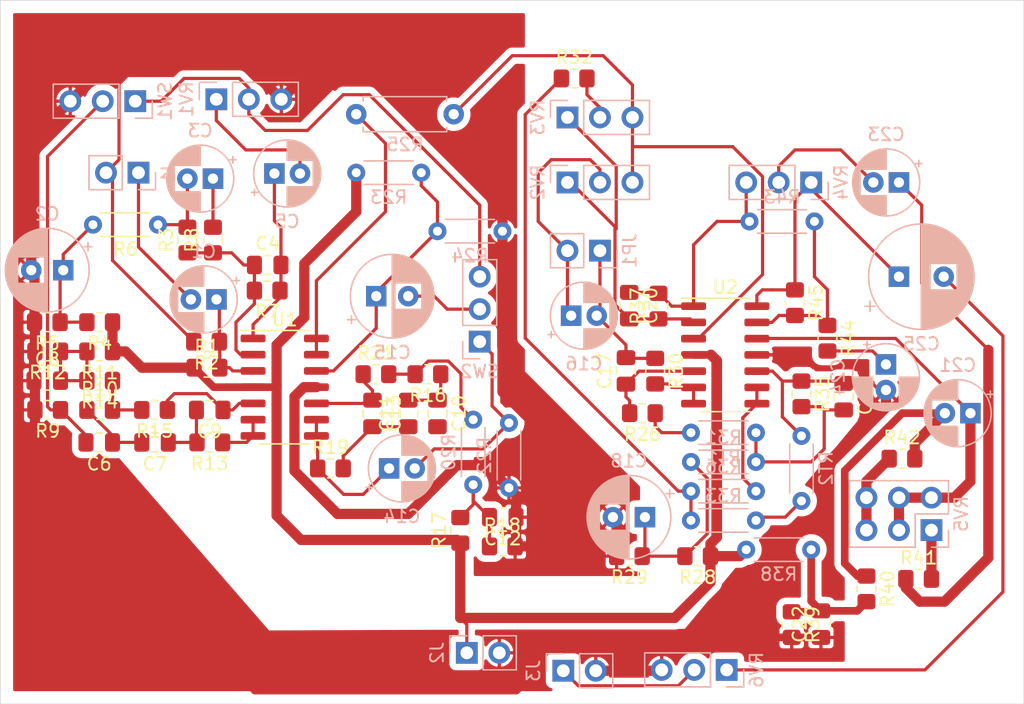
<source format=kicad_pcb>
(kicad_pcb (version 20171130) (host pcbnew "(5.1.10)-1")
  (layers (0 F.Cu signal) (31 B.Cu signal) (34 B.Paste user hide) (35 F.Paste user hide) (36 B.SilkS user hide) (37 F.SilkS user) (38 B.Mask user hide) (39 F.Mask user hide) (44 Edge.Cuts user))
  (net 0 "")
  (net 1 "Net-(C1-Pad1)")
  (net 2 INPUT)
  (net 3 GND)
  (net 4 "Net-(C2-Pad1)")
  (net 5 "Net-(C3-Pad1)")
  (net 6 "Net-(C3-Pad2)")
  (net 7 "Net-(C4-Pad2)")
  (net 8 "Net-(C4-Pad1)")
  (net 9 "Net-(C5-Pad2)")
  (net 10 "Net-(C6-Pad1)")
  (net 11 "Net-(C6-Pad2)")
  (net 12 "Net-(C7-Pad1)")
  (net 13 "Net-(C8-Pad2)")
  (net 14 "Net-(C9-Pad1)")
  (net 15 "Net-(C10-Pad1)")
  (net 16 "Net-(C10-Pad2)")
  (net 17 "Net-(C11-Pad1)")
  (net 18 "Net-(C12-Pad2)")
  (net 19 "Net-(C13-Pad1)")
  (net 20 "Net-(C14-Pad2)")
  (net 21 "Net-(C14-Pad1)")
  (net 22 "Net-(C15-Pad1)")
  (net 23 "Net-(C15-Pad2)")
  (net 24 "Net-(C16-Pad2)")
  (net 25 "Net-(C16-Pad1)")
  (net 26 "Net-(C17-Pad1)")
  (net 27 "Net-(C18-Pad1)")
  (net 28 "Net-(C19-Pad1)")
  (net 29 "Net-(C19-Pad2)")
  (net 30 "Net-(C20-Pad2)")
  (net 31 "Net-(C20-Pad1)")
  (net 32 "Net-(C21-Pad1)")
  (net 33 "Net-(C21-Pad2)")
  (net 34 "Net-(C22-Pad2)")
  (net 35 "Net-(C23-Pad1)")
  (net 36 "Net-(C23-Pad2)")
  (net 37 "Net-(C24-Pad1)")
  (net 38 "Net-(C25-Pad2)")
  (net 39 "Net-(C25-Pad1)")
  (net 40 VDC)
  (net 41 OUTPUT)
  (net 42 "Net-(R10-Pad2)")
  (net 43 "Net-(R16-Pad2)")
  (net 44 "Net-(R25-Pad2)")
  (net 45 "Net-(R25-Pad1)")
  (net 46 "Net-(R26-Pad1)")
  (net 47 "Net-(R30-Pad2)")
  (net 48 "Net-(R32-Pad2)")
  (net 49 "Net-(R32-Pad1)")
  (net 50 "Net-(R33-Pad1)")
  (net 51 "Net-(R36-Pad1)")
  (net 52 "Net-(R41-Pad2)")
  (net 53 "Net-(R42-Pad1)")
  (net 54 "Net-(R43-Pad1)")
  (net 55 "Net-(RV1-Pad2)")
  (module Capacitor_THT:CP_Radial_D8.0mm_P3.50mm (layer B.Cu) (at 110.236 101.6)
    (fp_text reference C25 (at 1.75 5.25) (layer B.SilkS) (effects (justify mirror)))
    (fp_text value 10u)
    (pad 2 thru_hole circle (at 3.5 0) (size 1.6 1.6) (drill 0.8) (layers *.Cu *.Mask) (net 38 "Net-(C25-Pad2)"))
    (pad 1 thru_hole rect (at 0 0) (size 1.6 1.6) (drill 0.8) (layers *.Cu *.Mask) (net 39 "Net-(C25-Pad1)"))
  )
  (module Connector_PinHeader_2.54mm:PinHeader_1x03_P2.54mm_Vertical (layer B.Cu) (at 103.378 94.234 90)
    (fp_text reference RV4 (at 0 2.33 90) (layer B.SilkS) (effects (justify mirror)))
    (fp_text value 10k)
    (pad 1 thru_hole rect (at 0 0 90) (size 1.7 1.7) (drill 1) (layers *.Cu *.Mask) (net 39 "Net-(C25-Pad1)"))
    (pad 2 thru_hole oval (at 0 -2.54 90) (size 1.7 1.7) (drill 1) (layers *.Cu *.Mask) (net 36 "Net-(C23-Pad2)"))
    (pad 3 thru_hole oval (at 0 -5.08 90) (size 1.7 1.7) (drill 1) (layers *.Cu *.Mask) (net 31 "Net-(C20-Pad1)"))
  )
  (module Resistor_THT:R_Axial_DIN0204_L3.6mm_D1.6mm_P5.08mm_Horizontal (layer B.Cu) (at 103.632 97.282 180)
    (fp_text reference R43 (at 2.54 1.92) (layer B.SilkS) (effects (justify mirror)))
    (fp_text value 2.7k)
    (pad 2 thru_hole oval (at 5.08 0 180) (size 1.4 1.4) (drill 0.7) (layers *.Cu *.Mask) (net 31 "Net-(C20-Pad1)"))
    (pad 1 thru_hole circle (at 0 0 180) (size 1.4 1.4) (drill 0.7) (layers *.Cu *.Mask) (net 54 "Net-(R43-Pad1)"))
  )
  (module Resistor_THT:R_Axial_DIN0204_L3.6mm_D1.6mm_P5.08mm_Horizontal (layer F.Cu) (at 52.324 97.536 180)
    (fp_text reference R6 (at 2.54 -1.92) (layer F.SilkS))
    (fp_text value 1k)
    (pad 2 thru_hole oval (at 5.08 0 180) (size 1.4 1.4) (drill 0.7) (layers *.Cu *.Mask) (net 4 "Net-(C2-Pad1)"))
    (pad 1 thru_hole circle (at 0 0 180) (size 1.4 1.4) (drill 0.7) (layers *.Cu *.Mask) (net 6 "Net-(C3-Pad2)"))
  )
  (module Resistor_THT:R_Axial_DIN0204_L3.6mm_D1.6mm_P5.08mm_Horizontal (layer B.Cu) (at 98.298 122.936)
    (fp_text reference R38 (at 2.54 1.92) (layer B.SilkS) (effects (justify mirror)))
    (fp_text value 1k)
    (pad 2 thru_hole oval (at 5.08 0) (size 1.4 1.4) (drill 0.7) (layers *.Cu *.Mask) (net 34 "Net-(C22-Pad2)"))
    (pad 1 thru_hole circle (at 0 0) (size 1.4 1.4) (drill 0.7) (layers *.Cu *.Mask) (net 40 VDC))
  )
  (module Resistor_THT:R_Axial_DIN0204_L3.6mm_D1.6mm_P5.08mm_Horizontal (layer B.Cu) (at 76.962 112.776 270)
    (fp_text reference R20 (at 2.54 1.92 90) (layer B.SilkS) (effects (justify mirror)))
    (fp_text value 1k)
    (pad 2 thru_hole oval (at 5.08 0 270) (size 1.4 1.4) (drill 0.7) (layers *.Cu *.Mask) (net 18 "Net-(C12-Pad2)"))
    (pad 1 thru_hole circle (at 0 0 270) (size 1.4 1.4) (drill 0.7) (layers *.Cu *.Mask) (net 43 "Net-(R16-Pad2)"))
  )
  (module Resistor_THT:R_Axial_DIN0204_L3.6mm_D1.6mm_P5.08mm_Horizontal (layer B.Cu) (at 67.818 93.472)
    (fp_text reference R23 (at 2.54 1.92) (layer B.SilkS) (effects (justify mirror)))
    (fp_text value 100k)
    (pad 2 thru_hole oval (at 5.08 0) (size 1.4 1.4) (drill 0.7) (layers *.Cu *.Mask) (net 22 "Net-(C15-Pad1)"))
    (pad 1 thru_hole circle (at 0 0) (size 1.4 1.4) (drill 0.7) (layers *.Cu *.Mask) (net 40 VDC))
  )
  (module Resistor_THT:R_Axial_DIN0204_L3.6mm_D1.6mm_P5.08mm_Horizontal (layer B.Cu) (at 79.756 113.03 270)
    (fp_text reference R22 (at 2.54 1.92 90) (layer B.SilkS) (effects (justify mirror)))
    (fp_text value 47k)
    (pad 2 thru_hole oval (at 5.08 0 270) (size 1.4 1.4) (drill 0.7) (layers *.Cu *.Mask) (net 3 GND))
    (pad 1 thru_hole circle (at 0 0 270) (size 1.4 1.4) (drill 0.7) (layers *.Cu *.Mask) (net 20 "Net-(C14-Pad2)"))
  )
  (module Resistor_THT:R_Axial_DIN0204_L3.6mm_D1.6mm_P5.08mm_Horizontal (layer B.Cu) (at 74.168 98.044)
    (fp_text reference R24 (at 2.54 1.92) (layer B.SilkS) (effects (justify mirror)))
    (fp_text value 100k)
    (pad 2 thru_hole oval (at 5.08 0) (size 1.4 1.4) (drill 0.7) (layers *.Cu *.Mask) (net 3 GND))
    (pad 1 thru_hole circle (at 0 0) (size 1.4 1.4) (drill 0.7) (layers *.Cu *.Mask) (net 22 "Net-(C15-Pad1)"))
  )
  (module Capacitor_THT:CP_Radial_D6.3mm_P2.50mm (layer B.Cu) (at 69.382 103.124)
    (fp_text reference C15 (at 1.25 4.4) (layer B.SilkS) (effects (justify mirror)))
    (fp_text value 100u)
    (pad 1 thru_hole rect (at 0 0) (size 1.6 1.6) (drill 0.8) (layers *.Cu *.Mask) (net 22 "Net-(C15-Pad1)"))
    (pad 2 thru_hole circle (at 2.5 0) (size 1.6 1.6) (drill 0.8) (layers *.Cu *.Mask) (net 23 "Net-(C15-Pad2)"))
  )
  (module Package_SO:SOIC-14_3.9x8.7mm_P1.27mm (layer F.Cu) (at 96.658 107.714)
    (fp_text reference U2 (at 0 -5.28) (layer F.SilkS))
    (fp_text value TL074)
    (pad 1 smd roundrect (at -2.475 -3.81) (size 1.95 0.6) (layers F.Cu F.Paste F.Mask) (net 31 "Net-(C20-Pad1)"))
    (pad 2 smd roundrect (at -2.475 -2.54) (size 1.95 0.6) (layers F.Cu F.Paste F.Mask) (net 30 "Net-(C20-Pad2)"))
    (pad 3 smd roundrect (at -2.475 -1.27) (size 1.95 0.6) (layers F.Cu F.Paste F.Mask) (net 44 "Net-(R25-Pad2)"))
    (pad 4 smd roundrect (at -2.475 0) (size 1.95 0.6) (layers F.Cu F.Paste F.Mask) (net 40 VDC))
    (pad 5 smd roundrect (at -2.475 1.27) (size 1.95 0.6) (layers F.Cu F.Paste F.Mask) (net 26 "Net-(C17-Pad1)"))
    (pad 6 smd roundrect (at -2.475 2.54) (size 1.95 0.6) (layers F.Cu F.Paste F.Mask) (net 47 "Net-(R30-Pad2)"))
    (pad 7 smd roundrect (at -2.475 3.81) (size 1.95 0.6) (layers F.Cu F.Paste F.Mask) (net 47 "Net-(R30-Pad2)"))
    (pad 8 smd roundrect (at 2.475 3.81) (size 1.95 0.6) (layers F.Cu F.Paste F.Mask) (net 51 "Net-(R36-Pad1)"))
    (pad 9 smd roundrect (at 2.475 2.54) (size 1.95 0.6) (layers F.Cu F.Paste F.Mask) (net 51 "Net-(R36-Pad1)"))
    (pad 10 smd roundrect (at 2.475 1.27) (size 1.95 0.6) (layers F.Cu F.Paste F.Mask) (net 28 "Net-(C19-Pad1)"))
    (pad 11 smd roundrect (at 2.475 0) (size 1.95 0.6) (layers F.Cu F.Paste F.Mask) (net 3 GND))
    (pad 12 smd roundrect (at 2.475 -1.27) (size 1.95 0.6) (layers F.Cu F.Paste F.Mask) (net 32 "Net-(C21-Pad1)"))
    (pad 13 smd roundrect (at 2.475 -2.54) (size 1.95 0.6) (layers F.Cu F.Paste F.Mask) (net 54 "Net-(R43-Pad1)"))
    (pad 14 smd roundrect (at 2.475 -3.81) (size 1.95 0.6) (layers F.Cu F.Paste F.Mask) (net 39 "Net-(C25-Pad1)"))
  )
  (module Resistor_SMD:R_0805_2012Metric_Pad1.20x1.40mm_HandSolder (layer F.Cu) (at 102.616 110.76 270)
    (fp_text reference R35 (at 0 -1.65 90) (layer F.SilkS))
    (fp_text value 10M)
    (pad 1 smd roundrect (at -1 0 270) (size 1.2 1.4) (layers F.Cu F.Paste F.Mask) (roundrect_rratio 0.208333) (net 28 "Net-(C19-Pad1)"))
    (pad 2 smd roundrect (at 1 0 270) (size 1.2 1.4) (layers F.Cu F.Paste F.Mask) (roundrect_rratio 0.208333) (net 29 "Net-(C19-Pad2)"))
  )
  (module Resistor_SMD:R_0805_2012Metric_Pad1.20x1.40mm_HandSolder (layer F.Cu) (at 104.648 106.41 270)
    (fp_text reference R44 (at 0 -1.65 90) (layer F.SilkS))
    (fp_text value 10k)
    (pad 2 smd roundrect (at 1 0 270) (size 1.2 1.4) (layers F.Cu F.Paste F.Mask) (roundrect_rratio 0.208333) (net 37 "Net-(C24-Pad1)"))
    (pad 1 smd roundrect (at -1 0 270) (size 1.2 1.4) (layers F.Cu F.Paste F.Mask) (roundrect_rratio 0.208333) (net 54 "Net-(R43-Pad1)"))
  )
  (module Resistor_THT:R_Axial_DIN0204_L3.6mm_D1.6mm_P5.08mm_Horizontal (layer B.Cu) (at 99.06 116.078 180)
    (fp_text reference R31 (at 2.54 1.92) (layer B.SilkS) (effects (justify mirror)))
    (fp_text value 1k)
    (pad 2 thru_hole oval (at 5.08 0 180) (size 1.4 1.4) (drill 0.7) (layers *.Cu *.Mask) (net 27 "Net-(C18-Pad1)"))
    (pad 1 thru_hole circle (at 0 0 180) (size 1.4 1.4) (drill 0.7) (layers *.Cu *.Mask) (net 29 "Net-(C19-Pad2)"))
  )
  (module Resistor_THT:R_Axial_DIN0204_L3.6mm_D1.6mm_P5.08mm_Horizontal (layer B.Cu) (at 93.98 113.792)
    (fp_text reference RT1 (at 2.54 1.92) (layer B.SilkS) (effects (justify mirror)))
    (fp_text value 100k)
    (pad 1 thru_hole circle (at 0 0) (size 1.4 1.4) (drill 0.7) (layers *.Cu *.Mask) (net 46 "Net-(R26-Pad1)"))
    (pad 2 thru_hole oval (at 5.08 0) (size 1.4 1.4) (drill 0.7) (layers *.Cu *.Mask) (net 29 "Net-(C19-Pad2)"))
  )
  (module Resistor_THT:R_Axial_DIN0204_L3.6mm_D1.6mm_P5.08mm_Horizontal (layer B.Cu) (at 99.06 118.364 180)
    (fp_text reference R36 (at 2.54 1.92) (layer B.SilkS) (effects (justify mirror)))
    (fp_text value 100)
    (pad 2 thru_hole oval (at 5.08 0 180) (size 1.4 1.4) (drill 0.7) (layers *.Cu *.Mask) (net 49 "Net-(R32-Pad1)"))
    (pad 1 thru_hole circle (at 0 0 180) (size 1.4 1.4) (drill 0.7) (layers *.Cu *.Mask) (net 51 "Net-(R36-Pad1)"))
  )
  (module Resistor_THT:R_Axial_DIN0204_L3.6mm_D1.6mm_P5.08mm_Horizontal (layer B.Cu) (at 99.06 120.65 180)
    (fp_text reference R33 (at 2.54 1.92) (layer B.SilkS) (effects (justify mirror)))
    (fp_text value 2.2k)
    (pad 2 thru_hole oval (at 5.08 0 180) (size 1.4 1.4) (drill 0.7) (layers *.Cu *.Mask) (net 49 "Net-(R32-Pad1)"))
    (pad 1 thru_hole circle (at 0 0 180) (size 1.4 1.4) (drill 0.7) (layers *.Cu *.Mask) (net 50 "Net-(R33-Pad1)"))
  )
  (module Resistor_SMD:R_0805_2012Metric_Pad1.20x1.40mm_HandSolder (layer F.Cu) (at 47.768 105.156 180)
    (fp_text reference R4 (at 0 -1.65) (layer F.SilkS))
    (fp_text value 1k)
    (pad 2 smd roundrect (at 1 0 180) (size 1.2 1.4) (layers F.Cu F.Paste F.Mask) (roundrect_rratio 0.208333) (net 4 "Net-(C2-Pad1)"))
    (pad 1 smd roundrect (at -1 0 180) (size 1.2 1.4) (layers F.Cu F.Paste F.Mask) (roundrect_rratio 0.208333) (net 40 VDC))
  )
  (module Capacitor_SMD:C_0805_2012Metric_Pad1.18x1.45mm_HandSolder (layer F.Cu) (at 56.3665 112.014 180)
    (fp_text reference C9 (at 0 -1.68) (layer F.SilkS))
    (fp_text value 68n)
    (pad 2 smd roundrect (at 1.0375 0 180) (size 1.175 1.45) (layers F.Cu F.Paste F.Mask) (roundrect_rratio 0.212766) (net 12 "Net-(C7-Pad1)"))
    (pad 1 smd roundrect (at -1.0375 0 180) (size 1.175 1.45) (layers F.Cu F.Paste F.Mask) (roundrect_rratio 0.212766) (net 14 "Net-(C9-Pad1)"))
  )
  (module Resistor_SMD:R_0805_2012Metric_Pad1.20x1.40mm_HandSolder (layer F.Cu) (at 56.372 114.554 180)
    (fp_text reference R13 (at 0 -1.65) (layer F.SilkS))
    (fp_text value 47k)
    (pad 1 smd roundrect (at -1 0 180) (size 1.2 1.4) (layers F.Cu F.Paste F.Mask) (roundrect_rratio 0.208333) (net 16 "Net-(C10-Pad2)"))
    (pad 2 smd roundrect (at 1 0 180) (size 1.2 1.4) (layers F.Cu F.Paste F.Mask) (roundrect_rratio 0.208333) (net 12 "Net-(C7-Pad1)"))
  )
  (module Resistor_THT:R_Axial_DIN0207_L6.3mm_D2.5mm_P7.62mm_Horizontal (layer B.Cu) (at 67.818 88.9)
    (fp_text reference R25 (at 3.81 2.37) (layer B.SilkS) (effects (justify mirror)))
    (fp_text value 3.3k)
    (pad 2 thru_hole oval (at 7.62 0) (size 1.6 1.6) (drill 0.8) (layers *.Cu *.Mask) (net 44 "Net-(R25-Pad2)"))
    (pad 1 thru_hole circle (at 0 0) (size 1.6 1.6) (drill 0.8) (layers *.Cu *.Mask) (net 45 "Net-(R25-Pad1)"))
  )
  (module Capacitor_SMD:C_0805_2012Metric_Pad1.18x1.45mm_HandSolder (layer F.Cu) (at 52.0915 114.554 180)
    (fp_text reference C7 (at 0 -1.68) (layer F.SilkS))
    (fp_text value 68n)
    (pad 2 smd roundrect (at 1.0375 0 180) (size 1.175 1.45) (layers F.Cu F.Paste F.Mask) (roundrect_rratio 0.212766) (net 10 "Net-(C6-Pad1)"))
    (pad 1 smd roundrect (at -1.0375 0 180) (size 1.175 1.45) (layers F.Cu F.Paste F.Mask) (roundrect_rratio 0.212766) (net 12 "Net-(C7-Pad1)"))
  )
  (module Connector_PinHeader_2.54mm:PinHeader_1x02_P2.54mm_Vertical (layer B.Cu) (at 50.8 93.472 90)
    (fp_text reference J1 (at 0 2.33 270) (layer B.SilkS) (effects (justify mirror)))
    (fp_text value Conn_01x02_Female)
    (pad 1 thru_hole rect (at 0 0 90) (size 1.7 1.7) (drill 1) (layers *.Cu *.Mask) (net 2 INPUT))
    (pad 2 thru_hole oval (at 0 -2.54 90) (size 1.7 1.7) (drill 1) (layers *.Cu *.Mask) (net 3 GND))
  )
  (module Capacitor_SMD:C_0805_2012Metric_Pad1.18x1.45mm_HandSolder (layer F.Cu) (at 74.168 112.2895 270)
    (fp_text reference C10 (at 0 -1.68 90) (layer F.SilkS))
    (fp_text value 68n)
    (pad 1 smd roundrect (at -1.0375 0 270) (size 1.175 1.45) (layers F.Cu F.Paste F.Mask) (roundrect_rratio 0.212766) (net 15 "Net-(C10-Pad1)"))
    (pad 2 smd roundrect (at 1.0375 0 270) (size 1.175 1.45) (layers F.Cu F.Paste F.Mask) (roundrect_rratio 0.212766) (net 16 "Net-(C10-Pad2)"))
  )
  (module Resistor_SMD:R_0805_2012Metric_Pad1.20x1.40mm_HandSolder (layer F.Cu) (at 111.776 125.222)
    (fp_text reference R41 (at 0 -1.65) (layer F.SilkS))
    (fp_text value 10k)
    (pad 1 smd roundrect (at -1 0) (size 1.2 1.4) (layers F.Cu F.Paste F.Mask) (roundrect_rratio 0.208333) (net 35 "Net-(C23-Pad1)"))
    (pad 2 smd roundrect (at 1 0) (size 1.2 1.4) (layers F.Cu F.Paste F.Mask) (roundrect_rratio 0.208333) (net 52 "Net-(R41-Pad2)"))
  )
  (module Resistor_SMD:R_0805_2012Metric_Pad1.20x1.40mm_HandSolder (layer F.Cu) (at 110.474 115.824)
    (fp_text reference R42 (at 0 -1.65) (layer F.SilkS))
    (fp_text value 10k)
    (pad 2 smd roundrect (at 1 0) (size 1.2 1.4) (layers F.Cu F.Paste F.Mask) (roundrect_rratio 0.208333) (net 33 "Net-(C21-Pad2)"))
    (pad 1 smd roundrect (at -1 0) (size 1.2 1.4) (layers F.Cu F.Paste F.Mask) (roundrect_rratio 0.208333) (net 53 "Net-(R42-Pad1)"))
  )
  (module Connector_PinHeader_2.54mm:PinHeader_1x03_P2.54mm_Vertical (layer B.Cu) (at 84.328 94.234 270)
    (fp_text reference RV2 (at 0 2.33 90) (layer B.SilkS) (effects (justify mirror)))
    (fp_text value 10k)
    (pad 3 thru_hole oval (at 0 -5.08 270) (size 1.7 1.7) (drill 1) (layers *.Cu *.Mask) (net 44 "Net-(R25-Pad2)"))
    (pad 2 thru_hole oval (at 0 -2.54 270) (size 1.7 1.7) (drill 1) (layers *.Cu *.Mask) (net 25 "Net-(C16-Pad1)"))
    (pad 1 thru_hole rect (at 0 0 270) (size 1.7 1.7) (drill 1) (layers *.Cu *.Mask) (net 30 "Net-(C20-Pad2)"))
  )
  (module Connector_PinHeader_2.54mm:PinHeader_2x03_P2.54mm_Vertical (layer B.Cu) (at 112.776 121.412 90)
    (fp_text reference RV5 (at 1.27 2.33 270) (layer B.SilkS) (effects (justify mirror)))
    (fp_text value 100k)
    (pad 1 thru_hole rect (at 0 0 90) (size 1.7 1.7) (drill 1) (layers *.Cu *.Mask) (net 52 "Net-(R41-Pad2)"))
    (pad 2 thru_hole oval (at 2.54 0 90) (size 1.7 1.7) (drill 1) (layers *.Cu *.Mask) (net 32 "Net-(C21-Pad1)"))
    (pad 3 thru_hole oval (at 0 -2.54 90) (size 1.7 1.7) (drill 1) (layers *.Cu *.Mask) (net 32 "Net-(C21-Pad1)"))
    (pad 4 thru_hole oval (at 2.54 -2.54 90) (size 1.7 1.7) (drill 1) (layers *.Cu *.Mask) (net 32 "Net-(C21-Pad1)"))
    (pad 5 thru_hole oval (at 0 -5.08 90) (size 1.7 1.7) (drill 1) (layers *.Cu *.Mask) (net 53 "Net-(R42-Pad1)"))
    (pad 6 thru_hole oval (at 2.54 -5.08 90) (size 1.7 1.7) (drill 1) (layers *.Cu *.Mask) (net 53 "Net-(R42-Pad1)"))
  )
  (module Capacitor_THT:CP_Radial_D5.0mm_P2.00mm (layer B.Cu) (at 115.824 112.268 180)
    (fp_text reference C21 (at 1 3.75) (layer B.SilkS) (effects (justify mirror)))
    (fp_text value 4.7u)
    (pad 1 thru_hole rect (at 0 0 180) (size 1.6 1.6) (drill 0.8) (layers *.Cu *.Mask) (net 32 "Net-(C21-Pad1)"))
    (pad 2 thru_hole circle (at 2 0 180) (size 1.6 1.6) (drill 0.8) (layers *.Cu *.Mask) (net 33 "Net-(C21-Pad2)"))
  )
  (module Connector_PinHeader_2.54mm:PinHeader_1x03_P2.54mm_Vertical (layer B.Cu) (at 77.47 106.68)
    (fp_text reference SW2 (at 0 2.33) (layer B.SilkS) (effects (justify mirror)))
    (fp_text value SW_SPDT)
    (pad 3 thru_hole oval (at 0 -5.08) (size 1.7 1.7) (drill 1) (layers *.Cu *.Mask) (net 55 "Net-(RV1-Pad2)"))
    (pad 2 thru_hole oval (at 0 -2.54) (size 1.7 1.7) (drill 1) (layers *.Cu *.Mask) (net 23 "Net-(C15-Pad2)"))
    (pad 1 thru_hole rect (at 0 0) (size 1.7 1.7) (drill 1) (layers *.Cu *.Mask) (net 20 "Net-(C14-Pad2)"))
  )
  (module Connector_PinHeader_2.54mm:PinHeader_1x03_P2.54mm_Vertical (layer B.Cu) (at 50.546 87.884 90)
    (fp_text reference SW1 (at 0 2.33 270) (layer B.SilkS) (effects (justify mirror)))
    (fp_text value SW_SPDT)
    (pad 3 thru_hole oval (at 0 -5.08 90) (size 1.7 1.7) (drill 1) (layers *.Cu *.Mask) (net 3 GND))
    (pad 2 thru_hole oval (at 0 -2.54 90) (size 1.7 1.7) (drill 1) (layers *.Cu *.Mask) (net 11 "Net-(C6-Pad2)"))
    (pad 1 thru_hole rect (at 0 0 90) (size 1.7 1.7) (drill 1) (layers *.Cu *.Mask) (net 55 "Net-(RV1-Pad2)"))
  )
  (module Capacitor_THT:CP_Radial_D5.0mm_P2.00mm (layer B.Cu) (at 56.896 103.378 180)
    (fp_text reference C1 (at 1 3.75) (layer B.SilkS) (effects (justify mirror)))
    (fp_text value 10u)
    (pad 1 thru_hole rect (at 0 0 180) (size 1.6 1.6) (drill 0.8) (layers *.Cu *.Mask) (net 1 "Net-(C1-Pad1)"))
    (pad 2 thru_hole circle (at 2 0 180) (size 1.6 1.6) (drill 0.8) (layers *.Cu *.Mask) (net 2 INPUT))
  )
  (module Capacitor_THT:CP_Radial_D6.3mm_P2.50mm (layer B.Cu) (at 44.918 101.092 180)
    (fp_text reference C2 (at 1.25 4.4) (layer B.SilkS) (effects (justify mirror)))
    (fp_text value 100u)
    (pad 2 thru_hole circle (at 2.5 0 180) (size 1.6 1.6) (drill 0.8) (layers *.Cu *.Mask) (net 3 GND))
    (pad 1 thru_hole rect (at 0 0 180) (size 1.6 1.6) (drill 0.8) (layers *.Cu *.Mask) (net 4 "Net-(C2-Pad1)"))
  )
  (module Capacitor_THT:CP_Radial_D5.0mm_P2.00mm (layer B.Cu) (at 56.622 93.936 180)
    (fp_text reference C3 (at 1 3.75) (layer B.SilkS) (effects (justify mirror)))
    (fp_text value 47u)
    (pad 1 thru_hole rect (at 0 0 180) (size 1.6 1.6) (drill 0.8) (layers *.Cu *.Mask) (net 5 "Net-(C3-Pad1)"))
    (pad 2 thru_hole circle (at 2 0 180) (size 1.6 1.6) (drill 0.8) (layers *.Cu *.Mask) (net 6 "Net-(C3-Pad2)"))
  )
  (module Capacitor_SMD:C_0805_2012Metric_Pad1.18x1.45mm_HandSolder (layer F.Cu) (at 60.8975 100.686)
    (fp_text reference C4 (at 0 -1.68) (layer F.SilkS))
    (fp_text value 220p)
    (pad 2 smd roundrect (at 1.0375 0) (size 1.175 1.45) (layers F.Cu F.Paste F.Mask) (roundrect_rratio 0.212766) (net 7 "Net-(C4-Pad2)"))
    (pad 1 smd roundrect (at -1.0375 0) (size 1.175 1.45) (layers F.Cu F.Paste F.Mask) (roundrect_rratio 0.212766) (net 8 "Net-(C4-Pad1)"))
  )
  (module Capacitor_THT:CP_Radial_D5.0mm_P2.00mm (layer B.Cu) (at 61.422 93.536)
    (fp_text reference C5 (at 1 3.75) (layer B.SilkS) (effects (justify mirror)))
    (fp_text value 100u)
    (pad 2 thru_hole circle (at 2 0) (size 1.6 1.6) (drill 0.8) (layers *.Cu *.Mask) (net 9 "Net-(C5-Pad2)"))
    (pad 1 thru_hole rect (at 0 0) (size 1.6 1.6) (drill 0.8) (layers *.Cu *.Mask) (net 7 "Net-(C4-Pad2)"))
  )
  (module Capacitor_SMD:C_0805_2012Metric_Pad1.18x1.45mm_HandSolder (layer F.Cu) (at 47.7305 114.554 180)
    (fp_text reference C6 (at 0 -1.68) (layer F.SilkS))
    (fp_text value 68n)
    (pad 1 smd roundrect (at -1.0375 0 180) (size 1.175 1.45) (layers F.Cu F.Paste F.Mask) (roundrect_rratio 0.212766) (net 10 "Net-(C6-Pad1)"))
    (pad 2 smd roundrect (at 1.0375 0 180) (size 1.175 1.45) (layers F.Cu F.Paste F.Mask) (roundrect_rratio 0.212766) (net 11 "Net-(C6-Pad2)"))
  )
  (module Capacitor_SMD:C_0805_2012Metric_Pad1.18x1.45mm_HandSolder (layer F.Cu) (at 43.6665 109.728)
    (fp_text reference C8 (at 0 -1.68) (layer F.SilkS))
    (fp_text value 100n)
    (pad 2 smd roundrect (at 1.0375 0) (size 1.175 1.45) (layers F.Cu F.Paste F.Mask) (roundrect_rratio 0.212766) (net 13 "Net-(C8-Pad2)"))
    (pad 1 smd roundrect (at -1.0375 0) (size 1.175 1.45) (layers F.Cu F.Paste F.Mask) (roundrect_rratio 0.212766) (net 3 GND))
  )
  (module Capacitor_SMD:C_0805_2012Metric_Pad1.18x1.45mm_HandSolder (layer F.Cu) (at 71.882 112.2895 90)
    (fp_text reference C11 (at 0 -1.68 90) (layer F.SilkS))
    (fp_text value 68n)
    (pad 2 smd roundrect (at 1.0375 0 90) (size 1.175 1.45) (layers F.Cu F.Paste F.Mask) (roundrect_rratio 0.212766) (net 15 "Net-(C10-Pad1)"))
    (pad 1 smd roundrect (at -1.0375 0 90) (size 1.175 1.45) (layers F.Cu F.Paste F.Mask) (roundrect_rratio 0.212766) (net 17 "Net-(C11-Pad1)"))
  )
  (module Capacitor_SMD:C_0805_2012Metric_Pad1.18x1.45mm_HandSolder (layer F.Cu) (at 79.2695 120.396 180)
    (fp_text reference C12 (at 0 -1.68) (layer F.SilkS))
    (fp_text value 100n)
    (pad 1 smd roundrect (at -1.0375 0 180) (size 1.175 1.45) (layers F.Cu F.Paste F.Mask) (roundrect_rratio 0.212766) (net 3 GND))
    (pad 2 smd roundrect (at 1.0375 0 180) (size 1.175 1.45) (layers F.Cu F.Paste F.Mask) (roundrect_rratio 0.212766) (net 18 "Net-(C12-Pad2)"))
  )
  (module Capacitor_SMD:C_0805_2012Metric_Pad1.18x1.45mm_HandSolder (layer F.Cu) (at 69.088 112.2895 270)
    (fp_text reference C13 (at 0 -1.68 90) (layer F.SilkS))
    (fp_text value 68n)
    (pad 1 smd roundrect (at -1.0375 0 270) (size 1.175 1.45) (layers F.Cu F.Paste F.Mask) (roundrect_rratio 0.212766) (net 19 "Net-(C13-Pad1)"))
    (pad 2 smd roundrect (at 1.0375 0 270) (size 1.175 1.45) (layers F.Cu F.Paste F.Mask) (roundrect_rratio 0.212766) (net 17 "Net-(C11-Pad1)"))
  )
  (module Capacitor_THT:CP_Radial_D5.0mm_P2.00mm (layer B.Cu) (at 70.39 116.586)
    (fp_text reference C14 (at 1 3.75) (layer B.SilkS) (effects (justify mirror)))
    (fp_text value 10u)
    (pad 2 thru_hole circle (at 2 0) (size 1.6 1.6) (drill 0.8) (layers *.Cu *.Mask) (net 20 "Net-(C14-Pad2)"))
    (pad 1 thru_hole rect (at 0 0) (size 1.6 1.6) (drill 0.8) (layers *.Cu *.Mask) (net 21 "Net-(C14-Pad1)"))
  )
  (module Capacitor_THT:CP_Radial_D5.0mm_P2.00mm (layer B.Cu) (at 84.614 104.648)
    (fp_text reference C16 (at 1 3.75) (layer B.SilkS) (effects (justify mirror)))
    (fp_text value 4.7u)
    (pad 2 thru_hole circle (at 2 0) (size 1.6 1.6) (drill 0.8) (layers *.Cu *.Mask) (net 24 "Net-(C16-Pad2)"))
    (pad 1 thru_hole rect (at 0 0) (size 1.6 1.6) (drill 0.8) (layers *.Cu *.Mask) (net 25 "Net-(C16-Pad1)"))
  )
  (module Capacitor_SMD:C_0805_2012Metric_Pad1.18x1.45mm_HandSolder (layer F.Cu) (at 88.9 108.966 90)
    (fp_text reference C17 (at 0 -1.68 90) (layer F.SilkS))
    (fp_text value 47n)
    (pad 1 smd roundrect (at -1.0375 0 90) (size 1.175 1.45) (layers F.Cu F.Paste F.Mask) (roundrect_rratio 0.212766) (net 26 "Net-(C17-Pad1)"))
    (pad 2 smd roundrect (at 1.0375 0 90) (size 1.175 1.45) (layers F.Cu F.Paste F.Mask) (roundrect_rratio 0.212766) (net 24 "Net-(C16-Pad2)"))
  )
  (module Capacitor_THT:CP_Radial_D6.3mm_P2.50mm (layer B.Cu) (at 90.384 120.396 180)
    (fp_text reference C18 (at 1.25 4.4) (layer B.SilkS) (effects (justify mirror)))
    (fp_text value 100u)
    (pad 1 thru_hole rect (at 0 0 180) (size 1.6 1.6) (drill 0.8) (layers *.Cu *.Mask) (net 27 "Net-(C18-Pad1)"))
    (pad 2 thru_hole circle (at 2.5 0 180) (size 1.6 1.6) (drill 0.8) (layers *.Cu *.Mask) (net 3 GND))
  )
  (module Capacitor_SMD:C_0805_2012Metric_Pad1.18x1.45mm_HandSolder (layer F.Cu) (at 105.918 110.9765 270)
    (fp_text reference C19 (at 0 -1.68 90) (layer F.SilkS))
    (fp_text value 1n)
    (pad 1 smd roundrect (at -1.0375 0 270) (size 1.175 1.45) (layers F.Cu F.Paste F.Mask) (roundrect_rratio 0.212766) (net 28 "Net-(C19-Pad1)"))
    (pad 2 smd roundrect (at 1.0375 0 270) (size 1.175 1.45) (layers F.Cu F.Paste F.Mask) (roundrect_rratio 0.212766) (net 29 "Net-(C19-Pad2)"))
  )
  (module Capacitor_SMD:C_0805_2012Metric_Pad1.18x1.45mm_HandSolder (layer F.Cu) (at 89.154 103.8645 270)
    (fp_text reference C20 (at 0 -1.68 90) (layer F.SilkS))
    (fp_text value 220p)
    (pad 2 smd roundrect (at 1.0375 0 270) (size 1.175 1.45) (layers F.Cu F.Paste F.Mask) (roundrect_rratio 0.212766) (net 30 "Net-(C20-Pad2)"))
    (pad 1 smd roundrect (at -1.0375 0 270) (size 1.175 1.45) (layers F.Cu F.Paste F.Mask) (roundrect_rratio 0.212766) (net 31 "Net-(C20-Pad1)"))
  )
  (module Capacitor_SMD:C_0805_2012Metric_Pad1.18x1.45mm_HandSolder (layer F.Cu) (at 104.14 128.7565 90)
    (fp_text reference C22 (at 0 -1.68 90) (layer F.SilkS))
    (fp_text value 100n)
    (pad 2 smd roundrect (at 1.0375 0 90) (size 1.175 1.45) (layers F.Cu F.Paste F.Mask) (roundrect_rratio 0.212766) (net 34 "Net-(C22-Pad2)"))
    (pad 1 smd roundrect (at -1.0375 0 90) (size 1.175 1.45) (layers F.Cu F.Paste F.Mask) (roundrect_rratio 0.212766) (net 3 GND))
  )
  (module Capacitor_THT:CP_Radial_D5.0mm_P2.00mm (layer B.Cu) (at 110.236 94.234 180)
    (fp_text reference C23 (at 1 3.75) (layer B.SilkS) (effects (justify mirror)))
    (fp_text value 4.7u)
    (pad 1 thru_hole rect (at 0 0 180) (size 1.6 1.6) (drill 0.8) (layers *.Cu *.Mask) (net 35 "Net-(C23-Pad1)"))
    (pad 2 thru_hole circle (at 2 0 180) (size 1.6 1.6) (drill 0.8) (layers *.Cu *.Mask) (net 36 "Net-(C23-Pad2)"))
  )
  (module Capacitor_THT:CP_Radial_D5.0mm_P2.00mm (layer B.Cu) (at 109.22 108.458 270)
    (fp_text reference C24 (at 1 3.75 90) (layer B.SilkS) (effects (justify mirror)))
    (fp_text value 10u)
    (pad 1 thru_hole rect (at 0 0 270) (size 1.6 1.6) (drill 0.8) (layers *.Cu *.Mask) (net 37 "Net-(C24-Pad1)"))
    (pad 2 thru_hole circle (at 2 0 270) (size 1.6 1.6) (drill 0.8) (layers *.Cu *.Mask) (net 3 GND))
  )
  (module Connector_PinHeader_2.54mm:PinHeader_1x02_P2.54mm_Vertical (layer B.Cu) (at 76.46 131 270)
    (fp_text reference J2 (at 0 2.33 270) (layer B.SilkS) (effects (justify mirror)))
    (fp_text value Conn_01x02_Female)
    (pad 2 thru_hole oval (at 0 -2.54 270) (size 1.7 1.7) (drill 1) (layers *.Cu *.Mask) (net 3 GND))
    (pad 1 thru_hole rect (at 0 0 270) (size 1.7 1.7) (drill 1) (layers *.Cu *.Mask) (net 40 VDC))
  )
  (module Connector_PinHeader_2.54mm:PinHeader_1x02_P2.54mm_Vertical (layer B.Cu) (at 84 132.4 270)
    (fp_text reference J3 (at 0 2.33 270) (layer B.SilkS) (effects (justify mirror)))
    (fp_text value Conn_01x02_Female)
    (pad 2 thru_hole oval (at 0 -2.54 270) (size 1.7 1.7) (drill 1) (layers *.Cu *.Mask) (net 3 GND))
    (pad 1 thru_hole rect (at 0 0 270) (size 1.7 1.7) (drill 1) (layers *.Cu *.Mask) (net 41 OUTPUT))
  )
  (module Connector_PinHeader_2.54mm:PinHeader_1x02_P2.54mm_Vertical (layer B.Cu) (at 86.868 99.568 90)
    (fp_text reference JP1 (at 0 2.33 90) (layer B.SilkS) (effects (justify mirror)))
    (fp_text value Jumper)
    (pad 1 thru_hole rect (at 0 0 90) (size 1.7 1.7) (drill 1) (layers *.Cu *.Mask) (net 24 "Net-(C16-Pad2)"))
    (pad 2 thru_hole oval (at 0 -2.54 90) (size 1.7 1.7) (drill 1) (layers *.Cu *.Mask) (net 25 "Net-(C16-Pad1)"))
  )
  (module Resistor_SMD:R_0805_2012Metric_Pad1.20x1.40mm_HandSolder (layer F.Cu) (at 56.15 108.712)
    (fp_text reference R1 (at 0 -1.65) (layer F.SilkS))
    (fp_text value 100k)
    (pad 2 smd roundrect (at 1 0) (size 1.2 1.4) (layers F.Cu F.Paste F.Mask) (roundrect_rratio 0.208333) (net 1 "Net-(C1-Pad1)"))
    (pad 1 smd roundrect (at -1 0) (size 1.2 1.4) (layers F.Cu F.Paste F.Mask) (roundrect_rratio 0.208333) (net 40 VDC))
  )
  (module Resistor_SMD:R_0805_2012Metric_Pad1.20x1.40mm_HandSolder (layer F.Cu) (at 56.118 106.68 180)
    (fp_text reference R2 (at 0 -1.65) (layer F.SilkS))
    (fp_text value 100k)
    (pad 1 smd roundrect (at -1 0 180) (size 1.2 1.4) (layers F.Cu F.Paste F.Mask) (roundrect_rratio 0.208333) (net 1 "Net-(C1-Pad1)"))
    (pad 2 smd roundrect (at 1 0 180) (size 1.2 1.4) (layers F.Cu F.Paste F.Mask) (roundrect_rratio 0.208333) (net 3 GND))
  )
  (module Resistor_SMD:R_0805_2012Metric_Pad1.20x1.40mm_HandSolder (layer F.Cu) (at 54.622 98.736 90)
    (fp_text reference R3 (at 0 -1.65 90) (layer F.SilkS))
    (fp_text value 2.7k)
    (pad 1 smd roundrect (at -1 0 90) (size 1.2 1.4) (layers F.Cu F.Paste F.Mask) (roundrect_rratio 0.208333) (net 8 "Net-(C4-Pad1)"))
    (pad 2 smd roundrect (at 1 0 90) (size 1.2 1.4) (layers F.Cu F.Paste F.Mask) (roundrect_rratio 0.208333) (net 6 "Net-(C3-Pad2)"))
  )
  (module Resistor_SMD:R_0805_2012Metric_Pad1.20x1.40mm_HandSolder (layer F.Cu) (at 43.672 105.156 180)
    (fp_text reference R5 (at 0 -1.65) (layer F.SilkS))
    (fp_text value 1k)
    (pad 2 smd roundrect (at 1 0 180) (size 1.2 1.4) (layers F.Cu F.Paste F.Mask) (roundrect_rratio 0.208333) (net 3 GND))
    (pad 1 smd roundrect (at -1 0 180) (size 1.2 1.4) (layers F.Cu F.Paste F.Mask) (roundrect_rratio 0.208333) (net 4 "Net-(C2-Pad1)"))
  )
  (module Resistor_SMD:R_0805_2012Metric_Pad1.20x1.40mm_HandSolder (layer F.Cu) (at 60.86 102.686 180)
    (fp_text reference R7 (at 0 -1.65) (layer F.SilkS))
    (fp_text value 10k)
    (pad 1 smd roundrect (at -1 0 180) (size 1.2 1.4) (layers F.Cu F.Paste F.Mask) (roundrect_rratio 0.208333) (net 7 "Net-(C4-Pad2)"))
    (pad 2 smd roundrect (at 1 0 180) (size 1.2 1.4) (layers F.Cu F.Paste F.Mask) (roundrect_rratio 0.208333) (net 8 "Net-(C4-Pad1)"))
  )
  (module Resistor_SMD:R_0805_2012Metric_Pad1.20x1.40mm_HandSolder (layer F.Cu) (at 56.622 98.736 90)
    (fp_text reference R8 (at 0 -1.65 90) (layer F.SilkS))
    (fp_text value 1.8k)
    (pad 2 smd roundrect (at 1 0 90) (size 1.2 1.4) (layers F.Cu F.Paste F.Mask) (roundrect_rratio 0.208333) (net 5 "Net-(C3-Pad1)"))
    (pad 1 smd roundrect (at -1 0 90) (size 1.2 1.4) (layers F.Cu F.Paste F.Mask) (roundrect_rratio 0.208333) (net 8 "Net-(C4-Pad1)"))
  )
  (module Resistor_SMD:R_0805_2012Metric_Pad1.20x1.40mm_HandSolder (layer F.Cu) (at 43.704 112.014 180)
    (fp_text reference R9 (at 0 -1.65) (layer F.SilkS))
    (fp_text value 100k)
    (pad 1 smd roundrect (at -1 0 180) (size 1.2 1.4) (layers F.Cu F.Paste F.Mask) (roundrect_rratio 0.208333) (net 11 "Net-(C6-Pad2)"))
    (pad 2 smd roundrect (at 1 0 180) (size 1.2 1.4) (layers F.Cu F.Paste F.Mask) (roundrect_rratio 0.208333) (net 3 GND))
  )
  (module Resistor_SMD:R_0805_2012Metric_Pad1.20x1.40mm_HandSolder (layer F.Cu) (at 47.768 112.014)
    (fp_text reference R10 (at 0 -1.65) (layer F.SilkS))
    (fp_text value 100k)
    (pad 2 smd roundrect (at 1 0) (size 1.2 1.4) (layers F.Cu F.Paste F.Mask) (roundrect_rratio 0.208333) (net 42 "Net-(R10-Pad2)"))
    (pad 1 smd roundrect (at -1 0) (size 1.2 1.4) (layers F.Cu F.Paste F.Mask) (roundrect_rratio 0.208333) (net 10 "Net-(C6-Pad1)"))
  )
  (module Resistor_SMD:R_0805_2012Metric_Pad1.20x1.40mm_HandSolder (layer F.Cu) (at 47.768 107.442 180)
    (fp_text reference R11 (at 0 -1.65) (layer F.SilkS))
    (fp_text value 10k)
    (pad 1 smd roundrect (at -1 0 180) (size 1.2 1.4) (layers F.Cu F.Paste F.Mask) (roundrect_rratio 0.208333) (net 40 VDC))
    (pad 2 smd roundrect (at 1 0 180) (size 1.2 1.4) (layers F.Cu F.Paste F.Mask) (roundrect_rratio 0.208333) (net 13 "Net-(C8-Pad2)"))
  )
  (module Resistor_SMD:R_0805_2012Metric_Pad1.20x1.40mm_HandSolder (layer F.Cu) (at 43.704 107.442 180)
    (fp_text reference R12 (at 0 -1.65) (layer F.SilkS))
    (fp_text value 10k)
    (pad 1 smd roundrect (at -1 0 180) (size 1.2 1.4) (layers F.Cu F.Paste F.Mask) (roundrect_rratio 0.208333) (net 13 "Net-(C8-Pad2)"))
    (pad 2 smd roundrect (at 1 0 180) (size 1.2 1.4) (layers F.Cu F.Paste F.Mask) (roundrect_rratio 0.208333) (net 3 GND))
  )
  (module Resistor_SMD:R_0805_2012Metric_Pad1.20x1.40mm_HandSolder (layer F.Cu) (at 47.768 109.728 180)
    (fp_text reference R14 (at 0 -1.65) (layer F.SilkS))
    (fp_text value 1k)
    (pad 1 smd roundrect (at -1 0 180) (size 1.2 1.4) (layers F.Cu F.Paste F.Mask) (roundrect_rratio 0.208333) (net 42 "Net-(R10-Pad2)"))
    (pad 2 smd roundrect (at 1 0 180) (size 1.2 1.4) (layers F.Cu F.Paste F.Mask) (roundrect_rratio 0.208333) (net 13 "Net-(C8-Pad2)"))
  )
  (module Resistor_SMD:R_0805_2012Metric_Pad1.20x1.40mm_HandSolder (layer F.Cu) (at 52.054 112.014 180)
    (fp_text reference R15 (at 0 -1.65) (layer F.SilkS))
    (fp_text value 220k)
    (pad 2 smd roundrect (at 1 0 180) (size 1.2 1.4) (layers F.Cu F.Paste F.Mask) (roundrect_rratio 0.208333) (net 42 "Net-(R10-Pad2)"))
    (pad 1 smd roundrect (at -1 0 180) (size 1.2 1.4) (layers F.Cu F.Paste F.Mask) (roundrect_rratio 0.208333) (net 14 "Net-(C9-Pad1)"))
  )
  (module Resistor_SMD:R_0805_2012Metric_Pad1.20x1.40mm_HandSolder (layer F.Cu) (at 73.422 109.22 180)
    (fp_text reference R16 (at 0 -1.65) (layer F.SilkS))
    (fp_text value 100k)
    (pad 1 smd roundrect (at -1 0 180) (size 1.2 1.4) (layers F.Cu F.Paste F.Mask) (roundrect_rratio 0.208333) (net 15 "Net-(C10-Pad1)"))
    (pad 2 smd roundrect (at 1 0 180) (size 1.2 1.4) (layers F.Cu F.Paste F.Mask) (roundrect_rratio 0.208333) (net 43 "Net-(R16-Pad2)"))
  )
  (module Resistor_SMD:R_0805_2012Metric_Pad1.20x1.40mm_HandSolder (layer F.Cu) (at 75.946 121.428 90)
    (fp_text reference R17 (at 0 -1.65 90) (layer F.SilkS))
    (fp_text value 10k)
    (pad 2 smd roundrect (at 1 0 90) (size 1.2 1.4) (layers F.Cu F.Paste F.Mask) (roundrect_rratio 0.208333) (net 18 "Net-(C12-Pad2)"))
    (pad 1 smd roundrect (at -1 0 90) (size 1.2 1.4) (layers F.Cu F.Paste F.Mask) (roundrect_rratio 0.208333) (net 40 VDC))
  )
  (module Resistor_SMD:R_0805_2012Metric_Pad1.20x1.40mm_HandSolder (layer F.Cu) (at 79.232 122.682)
    (fp_text reference R18 (at 0 -1.65) (layer F.SilkS))
    (fp_text value 10k)
    (pad 2 smd roundrect (at 1 0) (size 1.2 1.4) (layers F.Cu F.Paste F.Mask) (roundrect_rratio 0.208333) (net 3 GND))
    (pad 1 smd roundrect (at -1 0) (size 1.2 1.4) (layers F.Cu F.Paste F.Mask) (roundrect_rratio 0.208333) (net 18 "Net-(C12-Pad2)"))
  )
  (module Resistor_SMD:R_0805_2012Metric_Pad1.20x1.40mm_HandSolder (layer F.Cu) (at 65.802 116.586)
    (fp_text reference R19 (at 0 -1.65) (layer F.SilkS))
    (fp_text value 47k)
    (pad 2 smd roundrect (at 1 0) (size 1.2 1.4) (layers F.Cu F.Paste F.Mask) (roundrect_rratio 0.208333) (net 17 "Net-(C11-Pad1)"))
    (pad 1 smd roundrect (at -1 0) (size 1.2 1.4) (layers F.Cu F.Paste F.Mask) (roundrect_rratio 0.208333) (net 21 "Net-(C14-Pad1)"))
  )
  (module Resistor_SMD:R_0805_2012Metric_Pad1.20x1.40mm_HandSolder (layer F.Cu) (at 69.358 109.22)
    (fp_text reference R21 (at 0 -1.65) (layer F.SilkS))
    (fp_text value 220k)
    (pad 1 smd roundrect (at -1 0) (size 1.2 1.4) (layers F.Cu F.Paste F.Mask) (roundrect_rratio 0.208333) (net 19 "Net-(C13-Pad1)"))
    (pad 2 smd roundrect (at 1 0) (size 1.2 1.4) (layers F.Cu F.Paste F.Mask) (roundrect_rratio 0.208333) (net 43 "Net-(R16-Pad2)"))
  )
  (module Resistor_SMD:R_0805_2012Metric_Pad1.20x1.40mm_HandSolder (layer F.Cu) (at 90.186 112.268 180)
    (fp_text reference R26 (at 0 -1.65) (layer F.SilkS))
    (fp_text value 22k)
    (pad 1 smd roundrect (at -1 0 180) (size 1.2 1.4) (layers F.Cu F.Paste F.Mask) (roundrect_rratio 0.208333) (net 46 "Net-(R26-Pad1)"))
    (pad 2 smd roundrect (at 1 0 180) (size 1.2 1.4) (layers F.Cu F.Paste F.Mask) (roundrect_rratio 0.208333) (net 26 "Net-(C17-Pad1)"))
  )
  (module Resistor_SMD:R_0805_2012Metric_Pad1.20x1.40mm_HandSolder (layer F.Cu) (at 94.504 123.444 180)
    (fp_text reference R28 (at 0 -1.65) (layer F.SilkS))
    (fp_text value 10k)
    (pad 2 smd roundrect (at 1 0 180) (size 1.2 1.4) (layers F.Cu F.Paste F.Mask) (roundrect_rratio 0.208333) (net 27 "Net-(C18-Pad1)"))
    (pad 1 smd roundrect (at -1 0 180) (size 1.2 1.4) (layers F.Cu F.Paste F.Mask) (roundrect_rratio 0.208333) (net 40 VDC))
  )
  (module Resistor_SMD:R_0805_2012Metric_Pad1.20x1.40mm_HandSolder (layer F.Cu) (at 89.17 123.444 180)
    (fp_text reference R29 (at 0 -1.65) (layer F.SilkS))
    (fp_text value 10k)
    (pad 2 smd roundrect (at 1 0 180) (size 1.2 1.4) (layers F.Cu F.Paste F.Mask) (roundrect_rratio 0.208333) (net 3 GND))
    (pad 1 smd roundrect (at -1 0 180) (size 1.2 1.4) (layers F.Cu F.Paste F.Mask) (roundrect_rratio 0.208333) (net 27 "Net-(C18-Pad1)"))
  )
  (module Resistor_SMD:R_0805_2012Metric_Pad1.20x1.40mm_HandSolder (layer F.Cu) (at 91.186 108.982 270)
    (fp_text reference R30 (at 0 -1.65 90) (layer F.SilkS))
    (fp_text value 1k)
    (pad 2 smd roundrect (at 1 0 270) (size 1.2 1.4) (layers F.Cu F.Paste F.Mask) (roundrect_rratio 0.208333) (net 47 "Net-(R30-Pad2)"))
    (pad 1 smd roundrect (at -1 0 270) (size 1.2 1.4) (layers F.Cu F.Paste F.Mask) (roundrect_rratio 0.208333) (net 24 "Net-(C16-Pad2)"))
  )
  (module Resistor_SMD:R_0805_2012Metric_Pad1.20x1.40mm_HandSolder (layer F.Cu) (at 84.852 86.106)
    (fp_text reference R32 (at 0 -1.65) (layer F.SilkS))
    (fp_text value 1k)
    (pad 2 smd roundrect (at 1 0) (size 1.2 1.4) (layers F.Cu F.Paste F.Mask) (roundrect_rratio 0.208333) (net 48 "Net-(R32-Pad2)"))
    (pad 1 smd roundrect (at -1 0) (size 1.2 1.4) (layers F.Cu F.Paste F.Mask) (roundrect_rratio 0.208333) (net 49 "Net-(R32-Pad1)"))
  )
  (module Resistor_SMD:R_0805_2012Metric_Pad1.20x1.40mm_HandSolder (layer F.Cu) (at 91.44 103.902 90)
    (fp_text reference R37 (at 0 -1.65 90) (layer F.SilkS))
    (fp_text value 3.3k)
    (pad 1 smd roundrect (at -1 0 90) (size 1.2 1.4) (layers F.Cu F.Paste F.Mask) (roundrect_rratio 0.208333) (net 30 "Net-(C20-Pad2)"))
    (pad 2 smd roundrect (at 1 0 90) (size 1.2 1.4) (layers F.Cu F.Paste F.Mask) (roundrect_rratio 0.208333) (net 31 "Net-(C20-Pad1)"))
  )
  (module Resistor_SMD:R_0805_2012Metric_Pad1.20x1.40mm_HandSolder (layer F.Cu) (at 101.854 128.794 270)
    (fp_text reference R39 (at 0 -1.65 90) (layer F.SilkS))
    (fp_text value 1k)
    (pad 1 smd roundrect (at -1 0 270) (size 1.2 1.4) (layers F.Cu F.Paste F.Mask) (roundrect_rratio 0.208333) (net 34 "Net-(C22-Pad2)"))
    (pad 2 smd roundrect (at 1 0 270) (size 1.2 1.4) (layers F.Cu F.Paste F.Mask) (roundrect_rratio 0.208333) (net 3 GND))
  )
  (module Resistor_SMD:R_0805_2012Metric_Pad1.20x1.40mm_HandSolder (layer F.Cu) (at 107.696 126 270)
    (fp_text reference R40 (at 0 -1.65 90) (layer F.SilkS))
    (fp_text value 1k)
    (pad 2 smd roundrect (at 1 0 270) (size 1.2 1.4) (layers F.Cu F.Paste F.Mask) (roundrect_rratio 0.208333) (net 34 "Net-(C22-Pad2)"))
    (pad 1 smd roundrect (at -1 0 270) (size 1.2 1.4) (layers F.Cu F.Paste F.Mask) (roundrect_rratio 0.208333) (net 33 "Net-(C21-Pad2)"))
  )
  (module Resistor_SMD:R_0805_2012Metric_Pad1.20x1.40mm_HandSolder (layer F.Cu) (at 102.108 103.632 270)
    (fp_text reference R45 (at 0 -1.65 90) (layer F.SilkS))
    (fp_text value 2.7k)
    (pad 2 smd roundrect (at 1 0 270) (size 1.2 1.4) (layers F.Cu F.Paste F.Mask) (roundrect_rratio 0.208333) (net 54 "Net-(R43-Pad1)"))
    (pad 1 smd roundrect (at -1 0 270) (size 1.2 1.4) (layers F.Cu F.Paste F.Mask) (roundrect_rratio 0.208333) (net 39 "Net-(C25-Pad1)"))
  )
  (module Resistor_THT:R_Axial_DIN0204_L3.6mm_D1.6mm_P5.08mm_Horizontal (layer B.Cu) (at 102.616 119.126 90)
    (fp_text reference RT2 (at 2.54 1.92 90) (layer B.SilkS) (effects (justify mirror)))
    (fp_text value 10k)
    (pad 2 thru_hole oval (at 5.08 0 90) (size 1.4 1.4) (drill 0.7) (layers *.Cu *.Mask) (net 28 "Net-(C19-Pad1)"))
    (pad 1 thru_hole circle (at 0 0 90) (size 1.4 1.4) (drill 0.7) (layers *.Cu *.Mask) (net 50 "Net-(R33-Pad1)"))
  )
  (module Connector_PinHeader_2.54mm:PinHeader_1x03_P2.54mm_Vertical (layer B.Cu) (at 56.882 87.736 270)
    (fp_text reference RV1 (at 0 2.33 270) (layer B.SilkS) (effects (justify mirror)))
    (fp_text value 10k)
    (pad 1 thru_hole rect (at 0 0 270) (size 1.7 1.7) (drill 1) (layers *.Cu *.Mask) (net 9 "Net-(C5-Pad2)"))
    (pad 2 thru_hole oval (at 0 -2.54 270) (size 1.7 1.7) (drill 1) (layers *.Cu *.Mask) (net 55 "Net-(RV1-Pad2)"))
    (pad 3 thru_hole oval (at 0 -5.08 270) (size 1.7 1.7) (drill 1) (layers *.Cu *.Mask) (net 3 GND))
  )
  (module Connector_PinHeader_2.54mm:PinHeader_1x03_P2.54mm_Vertical (layer B.Cu) (at 84.328 89.154 270)
    (fp_text reference RV3 (at 0 2.33 90) (layer B.SilkS) (effects (justify mirror)))
    (fp_text value 10k)
    (pad 1 thru_hole rect (at 0 0 270) (size 1.7 1.7) (drill 1) (layers *.Cu *.Mask) (net 30 "Net-(C20-Pad2)"))
    (pad 2 thru_hole oval (at 0 -2.54 270) (size 1.7 1.7) (drill 1) (layers *.Cu *.Mask) (net 48 "Net-(R32-Pad2)"))
    (pad 3 thru_hole oval (at 0 -5.08 270) (size 1.7 1.7) (drill 1) (layers *.Cu *.Mask) (net 44 "Net-(R25-Pad2)"))
  )
  (module Connector_PinHeader_2.54mm:PinHeader_1x03_P2.54mm_Vertical (layer B.Cu) (at 96.774 132.334 90)
    (fp_text reference RV6 (at 0 2.33 270) (layer B.SilkS) (effects (justify mirror)))
    (fp_text value 10k)
    (pad 3 thru_hole oval (at 0 -5.08 90) (size 1.7 1.7) (drill 1) (layers *.Cu *.Mask) (net 3 GND))
    (pad 2 thru_hole oval (at 0 -2.54 90) (size 1.7 1.7) (drill 1) (layers *.Cu *.Mask) (net 41 OUTPUT))
    (pad 1 thru_hole rect (at 0 0 90) (size 1.7 1.7) (drill 1) (layers *.Cu *.Mask) (net 38 "Net-(C25-Pad2)"))
  )
  (module Package_SO:SOIC-14_3.9x8.7mm_P1.27mm (layer F.Cu) (at 62.23 110.236)
    (fp_text reference U1 (at 0 -5.28) (layer F.SilkS))
    (fp_text value TL074)
    (pad 14 smd roundrect (at 2.475 -3.81) (size 1.95 0.6) (layers F.Cu F.Paste F.Mask) (net 45 "Net-(R25-Pad1)"))
    (pad 13 smd roundrect (at 2.475 -2.54) (size 1.95 0.6) (layers F.Cu F.Paste F.Mask) (net 45 "Net-(R25-Pad1)"))
    (pad 12 smd roundrect (at 2.475 -1.27) (size 1.95 0.6) (layers F.Cu F.Paste F.Mask) (net 22 "Net-(C15-Pad1)"))
    (pad 11 smd roundrect (at 2.475 0) (size 1.95 0.6) (layers F.Cu F.Paste F.Mask) (net 3 GND))
    (pad 10 smd roundrect (at 2.475 1.27) (size 1.95 0.6) (layers F.Cu F.Paste F.Mask) (net 19 "Net-(C13-Pad1)"))
    (pad 9 smd roundrect (at 2.475 2.54) (size 1.95 0.6) (layers F.Cu F.Paste F.Mask) (net 21 "Net-(C14-Pad1)"))
    (pad 8 smd roundrect (at 2.475 3.81) (size 1.95 0.6) (layers F.Cu F.Paste F.Mask) (net 21 "Net-(C14-Pad1)"))
    (pad 7 smd roundrect (at -2.475 3.81) (size 1.95 0.6) (layers F.Cu F.Paste F.Mask) (net 16 "Net-(C10-Pad2)"))
    (pad 6 smd roundrect (at -2.475 2.54) (size 1.95 0.6) (layers F.Cu F.Paste F.Mask) (net 16 "Net-(C10-Pad2)"))
    (pad 5 smd roundrect (at -2.475 1.27) (size 1.95 0.6) (layers F.Cu F.Paste F.Mask) (net 14 "Net-(C9-Pad1)"))
    (pad 4 smd roundrect (at -2.475 0) (size 1.95 0.6) (layers F.Cu F.Paste F.Mask) (net 40 VDC))
    (pad 3 smd roundrect (at -2.475 -1.27) (size 1.95 0.6) (layers F.Cu F.Paste F.Mask) (net 1 "Net-(C1-Pad1)"))
    (pad 2 smd roundrect (at -2.475 -2.54) (size 1.95 0.6) (layers F.Cu F.Paste F.Mask) (net 8 "Net-(C4-Pad1)"))
    (pad 1 smd roundrect (at -2.475 -3.81) (size 1.95 0.6) (layers F.Cu F.Paste F.Mask) (net 7 "Net-(C4-Pad2)"))
  )
  (gr_line (start 40 80) (end 120 80) (layer Edge.Cuts) (width 0.05))
  (gr_line (start 40 135) (end 40 80) (layer Edge.Cuts) (width 0.05))
  (gr_line (start 120 135) (end 40 135) (layer Edge.Cuts) (width 0.05))
  (gr_line (start 120 80) (end 120 135) (layer Edge.Cuts) (width 0.05))
  (segment (start 57.118 108.712) (end 57.912 108.712) (width 0.25) (layer F.Cu) (net 1))
  (segment (start 58.166 108.966) (end 59.755 108.966) (width 0.25) (layer F.Cu) (net 1))
  (segment (start 57.912 108.712) (end 58.166 108.966) (width 0.25) (layer F.Cu) (net 1))
  (segment (start 57.15 106.712) (end 57.118 106.68) (width 0.25) (layer F.Cu) (net 1))
  (segment (start 57.15 108.712) (end 57.15 106.712) (width 0.25) (layer F.Cu) (net 1))
  (segment (start 57.118 103.6) (end 56.896 103.378) (width 0.25) (layer F.Cu) (net 1))
  (segment (start 57.118 106.68) (end 57.118 103.6) (width 0.25) (layer F.Cu) (net 1))
  (segment (start 50.8 99.282) (end 54.896 103.378) (width 0.25) (layer F.Cu) (net 2))
  (segment (start 50.8 93.472) (end 50.8 99.282) (width 0.25) (layer F.Cu) (net 2))
  (segment (start 64.705 110.236) (end 63.5 110.236) (width 0.25) (layer F.Cu) (net 3))
  (segment (start 63.5 110.236) (end 62.738 110.998) (width 0.25) (layer F.Cu) (net 3))
  (segment (start 108.68 110.458) (end 109.22 110.458) (width 0.25) (layer F.Cu) (net 3))
  (segment (start 106.934 108.712) (end 108.68 110.458) (width 0.25) (layer F.Cu) (net 3))
  (segment (start 103.533595 108.712) (end 106.934 108.712) (width 0.25) (layer F.Cu) (net 3))
  (segment (start 102.535595 107.714) (end 103.533595 108.712) (width 0.25) (layer F.Cu) (net 3))
  (segment (start 99.133 107.714) (end 102.535595 107.714) (width 0.25) (layer F.Cu) (net 3))
  (segment (start 42.418 90.932) (end 42.418 101.092) (width 0.8) (layer F.Cu) (net 3))
  (segment (start 45.466 87.884) (end 42.418 90.932) (width 0.8) (layer F.Cu) (net 3))
  (segment (start 61.962 87.736) (end 58.808 84.582) (width 0.8) (layer F.Cu) (net 3))
  (segment (start 48.768 84.582) (end 45.466 87.884) (width 0.8) (layer F.Cu) (net 3))
  (segment (start 91.628 132.4) (end 91.694 132.334) (width 0.8) (layer F.Cu) (net 3))
  (segment (start 80.54 132.4) (end 82.638 130.302) (width 0.8) (layer F.Cu) (net 3))
  (segment (start 82.638 130.302) (end 88.138 130.302) (width 0.8) (layer F.Cu) (net 3))
  (segment (start 89.342 131.506) (end 89.342 132.4) (width 0.8) (layer F.Cu) (net 3))
  (segment (start 88.138 130.302) (end 89.342 131.506) (width 0.8) (layer F.Cu) (net 3))
  (segment (start 89.342 132.4) (end 91.628 132.4) (width 0.8) (layer F.Cu) (net 3))
  (segment (start 86.54 132.4) (end 89.342 132.4) (width 0.8) (layer F.Cu) (net 3))
  (segment (start 80.29208 133.850001) (end 59.936001 133.850001) (width 0.8) (layer F.Cu) (net 3))
  (segment (start 80.54 133.602081) (end 80.29208 133.850001) (width 0.8) (layer F.Cu) (net 3))
  (segment (start 80.54 132.4) (end 80.54 133.602081) (width 0.8) (layer F.Cu) (net 3))
  (segment (start 42.704 116.618) (end 42.704 112.014) (width 0.8) (layer F.Cu) (net 3))
  (segment (start 59.936001 133.850001) (end 42.704 116.618) (width 0.8) (layer F.Cu) (net 3))
  (segment (start 42.704 109.803) (end 42.629 109.728) (width 0.8) (layer F.Cu) (net 3))
  (segment (start 42.704 112.014) (end 42.704 109.803) (width 0.8) (layer F.Cu) (net 3))
  (segment (start 42.629 107.517) (end 42.704 107.442) (width 0.8) (layer F.Cu) (net 3))
  (segment (start 42.629 109.728) (end 42.629 107.517) (width 0.8) (layer F.Cu) (net 3))
  (segment (start 42.704 105.188) (end 42.672 105.156) (width 0.8) (layer F.Cu) (net 3))
  (segment (start 42.704 107.442) (end 42.704 105.188) (width 0.8) (layer F.Cu) (net 3))
  (segment (start 42.672 101.346) (end 42.418 101.092) (width 0.8) (layer F.Cu) (net 3))
  (segment (start 42.672 105.156) (end 42.672 101.346) (width 0.8) (layer F.Cu) (net 3))
  (segment (start 88.17 120.682) (end 87.884 120.396) (width 0.8) (layer F.Cu) (net 3))
  (segment (start 88.17 123.444) (end 88.17 120.682) (width 0.8) (layer F.Cu) (net 3))
  (segment (start 77.978 116.332) (end 79.756 118.11) (width 0.8) (layer F.Cu) (net 3))
  (segment (start 75.692 116.332) (end 77.978 116.332) (width 0.8) (layer F.Cu) (net 3))
  (segment (start 71.882 120.142) (end 75.692 116.332) (width 0.8) (layer F.Cu) (net 3))
  (segment (start 66.355902 120.142) (end 71.882 120.142) (width 0.8) (layer F.Cu) (net 3))
  (segment (start 62.992 116.778098) (end 66.355902 120.142) (width 0.8) (layer F.Cu) (net 3))
  (segment (start 62.992 110.974) (end 62.992 116.778098) (width 0.8) (layer F.Cu) (net 3))
  (segment (start 63.73 110.236) (end 62.992 110.974) (width 0.8) (layer F.Cu) (net 3))
  (segment (start 64.705 110.236) (end 63.73 110.236) (width 0.8) (layer F.Cu) (net 3))
  (segment (start 79.756 118.11) (end 80.518 118.872) (width 0.8) (layer F.Cu) (net 3))
  (segment (start 80.307 119.083) (end 80.307 120.396) (width 0.8) (layer F.Cu) (net 3))
  (segment (start 80.518 118.872) (end 80.307 119.083) (width 0.8) (layer F.Cu) (net 3))
  (segment (start 80.307 122.607) (end 80.232 122.682) (width 0.8) (layer F.Cu) (net 3))
  (segment (start 80.307 120.396) (end 80.307 122.607) (width 0.8) (layer F.Cu) (net 3))
  (segment (start 87.408 122.682) (end 88.17 123.444) (width 0.8) (layer F.Cu) (net 3))
  (segment (start 79.248 96.012) (end 79.248 98.044) (width 0.8) (layer F.Cu) (net 3))
  (segment (start 71.882 88.646) (end 79.248 96.012) (width 0.8) (layer F.Cu) (net 3))
  (segment (start 71.882 87.376) (end 71.882 88.646) (width 0.8) (layer F.Cu) (net 3))
  (segment (start 70.358 85.852) (end 71.882 87.376) (width 0.8) (layer F.Cu) (net 3))
  (segment (start 63.846 85.852) (end 70.358 85.852) (width 0.8) (layer F.Cu) (net 3))
  (segment (start 61.962 87.736) (end 63.846 85.852) (width 0.8) (layer F.Cu) (net 3))
  (segment (start 84.328 115.677998) (end 84.328 122.682) (width 0.8) (layer F.Cu) (net 3))
  (segment (start 79.248 110.597998) (end 84.328 115.677998) (width 0.8) (layer F.Cu) (net 3))
  (segment (start 79.248 98.044) (end 79.248 110.597998) (width 0.8) (layer F.Cu) (net 3))
  (segment (start 84.328 122.682) (end 87.408 122.682) (width 0.8) (layer F.Cu) (net 3))
  (segment (start 80.232 122.682) (end 84.328 122.682) (width 0.8) (layer F.Cu) (net 3))
  (segment (start 93.98 130.302) (end 88.138 130.302) (width 0.8) (layer F.Cu) (net 3))
  (segment (start 104.394 116.41537) (end 104.394 119.888) (width 0.8) (layer F.Cu) (net 3))
  (segment (start 109.22 111.58937) (end 104.394 116.41537) (width 0.8) (layer F.Cu) (net 3))
  (segment (start 109.22 110.458) (end 109.22 111.58937) (width 0.8) (layer F.Cu) (net 3))
  (segment (start 102.87 121.412) (end 101.6 121.412) (width 0.6) (layer F.Cu) (net 3))
  (segment (start 104.394 119.888) (end 102.87 121.412) (width 0.8) (layer F.Cu) (net 3))
  (segment (start 101.6 121.412) (end 100.584 122.428) (width 0.6) (layer F.Cu) (net 3))
  (segment (start 100.584 122.428) (end 100.584 125.222) (width 0.6) (layer F.Cu) (net 3))
  (segment (start 100.584 125.222) (end 99.06 126.746) (width 0.6) (layer F.Cu) (net 3))
  (segment (start 99.06 126.746) (end 97.536 126.746) (width 0.6) (layer F.Cu) (net 3))
  (segment (start 104.14 129.794) (end 101.854 129.794) (width 0.6) (layer F.Cu) (net 3))
  (segment (start 98.806 129.794) (end 96.647 127.635) (width 0.6) (layer F.Cu) (net 3))
  (segment (start 101.854 129.794) (end 98.806 129.794) (width 0.6) (layer F.Cu) (net 3))
  (segment (start 96.647 127.635) (end 93.98 130.302) (width 0.8) (layer F.Cu) (net 3))
  (segment (start 97.536 126.746) (end 96.647 127.635) (width 0.8) (layer F.Cu) (net 3))
  (segment (start 49.276 84.582) (end 48.768 84.582) (width 0.8) (layer F.Cu) (net 3))
  (segment (start 58.808 84.582) (end 49.276 84.582) (width 0.8) (layer F.Cu) (net 3))
  (segment (start 48.26 93.472) (end 48.768 93.98) (width 0.25) (layer F.Cu) (net 3))
  (segment (start 48.768 100.33) (end 55.118 106.68) (width 0.25) (layer F.Cu) (net 3))
  (segment (start 48.768 93.98) (end 48.768 100.33) (width 0.25) (layer F.Cu) (net 3))
  (segment (start 49.276 92.456) (end 49.276 84.582) (width 0.25) (layer F.Cu) (net 3))
  (segment (start 48.26 93.472) (end 49.276 92.456) (width 0.25) (layer F.Cu) (net 3))
  (segment (start 44.672 101.338) (end 44.918 101.092) (width 0.25) (layer F.Cu) (net 4))
  (segment (start 44.672 105.156) (end 44.672 101.338) (width 0.25) (layer F.Cu) (net 4))
  (segment (start 44.672 105.156) (end 46.768 105.156) (width 0.25) (layer F.Cu) (net 4))
  (segment (start 44.918 99.862) (end 47.244 97.536) (width 0.25) (layer F.Cu) (net 4))
  (segment (start 44.918 101.092) (end 44.918 99.862) (width 0.25) (layer F.Cu) (net 4))
  (segment (start 56.622 97.736) (end 56.622 93.936) (width 0.25) (layer F.Cu) (net 5))
  (segment (start 54.622 97.736) (end 54.622 93.936) (width 0.25) (layer F.Cu) (net 6))
  (segment (start 54.168 97.282) (end 54.622 97.736) (width 0.25) (layer F.Cu) (net 6))
  (segment (start 54.422 97.536) (end 54.622 97.736) (width 0.25) (layer F.Cu) (net 6))
  (segment (start 52.324 97.536) (end 54.422 97.536) (width 0.25) (layer F.Cu) (net 6))
  (segment (start 61.422 93.536) (end 61.422 97.236) (width 0.25) (layer F.Cu) (net 7))
  (segment (start 61.935 97.749) (end 61.935 100.686) (width 0.25) (layer F.Cu) (net 7))
  (segment (start 61.422 97.236) (end 61.935 97.749) (width 0.25) (layer F.Cu) (net 7))
  (segment (start 61.935 102.611) (end 61.86 102.686) (width 0.25) (layer F.Cu) (net 7))
  (segment (start 61.935 100.686) (end 61.935 102.611) (width 0.25) (layer F.Cu) (net 7))
  (segment (start 61.86 102.686) (end 61.86 103.24) (width 0.25) (layer F.Cu) (net 7))
  (segment (start 59.755 105.345) (end 59.755 106.426) (width 0.25) (layer F.Cu) (net 7))
  (segment (start 61.86 103.24) (end 59.755 105.345) (width 0.25) (layer F.Cu) (net 7))
  (segment (start 58.78 107.696) (end 58.42 107.336) (width 0.25) (layer F.Cu) (net 8))
  (segment (start 59.755 107.696) (end 58.78 107.696) (width 0.25) (layer F.Cu) (net 8))
  (segment (start 58.42 107.336) (end 58.42 105.156) (width 0.25) (layer F.Cu) (net 8))
  (segment (start 59.86 103.716) (end 59.86 102.686) (width 0.25) (layer F.Cu) (net 8))
  (segment (start 58.42 105.156) (end 59.86 103.716) (width 0.25) (layer F.Cu) (net 8))
  (segment (start 59.86 102.686) (end 59.86 100.686) (width 0.25) (layer F.Cu) (net 8))
  (segment (start 59.86 100.686) (end 59.03 100.686) (width 0.25) (layer F.Cu) (net 8))
  (segment (start 58.08 99.736) (end 56.622 99.736) (width 0.25) (layer F.Cu) (net 8))
  (segment (start 59.03 100.686) (end 58.08 99.736) (width 0.25) (layer F.Cu) (net 8))
  (segment (start 56.622 99.736) (end 54.622 99.736) (width 0.25) (layer F.Cu) (net 8))
  (segment (start 59.182 91.694) (end 56.882 89.394) (width 0.25) (layer F.Cu) (net 9))
  (segment (start 62.71137 91.694) (end 59.182 91.694) (width 0.25) (layer F.Cu) (net 9))
  (segment (start 63.422 92.40463) (end 62.71137 91.694) (width 0.25) (layer F.Cu) (net 9))
  (segment (start 56.882 89.394) (end 56.882 87.736) (width 0.25) (layer F.Cu) (net 9))
  (segment (start 63.422 93.536) (end 63.422 92.40463) (width 0.25) (layer F.Cu) (net 9))
  (segment (start 51.054 114.554) (end 48.768 114.554) (width 0.25) (layer F.Cu) (net 10))
  (segment (start 48.768 114.014) (end 46.768 112.014) (width 0.25) (layer F.Cu) (net 10))
  (segment (start 48.768 114.554) (end 48.768 114.014) (width 0.25) (layer F.Cu) (net 10))
  (segment (start 48.006 88.392) (end 48.006 87.884) (width 0.25) (layer F.Cu) (net 11))
  (segment (start 44.958 90.932) (end 48.006 87.884) (width 0.25) (layer F.Cu) (net 11))
  (segment (start 46.693 114.003) (end 44.704 112.014) (width 0.25) (layer F.Cu) (net 11))
  (segment (start 46.693 114.554) (end 46.693 114.003) (width 0.25) (layer F.Cu) (net 11))
  (segment (start 43.688 111.76) (end 43.688 102.87) (width 0.25) (layer F.Cu) (net 11))
  (segment (start 43.942 112.014) (end 43.688 111.76) (width 0.25) (layer F.Cu) (net 11))
  (segment (start 44.704 112.014) (end 43.942 112.014) (width 0.25) (layer F.Cu) (net 11))
  (segment (start 43.688 102.87) (end 43.688 92.202) (width 0.25) (layer F.Cu) (net 11))
  (segment (start 43.688 92.202) (end 44.958 90.932) (width 0.25) (layer F.Cu) (net 11))
  (segment (start 55.329 114.511) (end 55.372 114.554) (width 0.25) (layer F.Cu) (net 12))
  (segment (start 55.329 112.014) (end 55.329 114.511) (width 0.25) (layer F.Cu) (net 12))
  (segment (start 55.372 114.554) (end 53.129 114.554) (width 0.25) (layer F.Cu) (net 12))
  (segment (start 44.704 109.728) (end 44.704 107.442) (width 0.25) (layer F.Cu) (net 13))
  (segment (start 46.768 107.442) (end 44.704 107.442) (width 0.25) (layer F.Cu) (net 13))
  (segment (start 46.768 107.442) (end 46.768 109.728) (width 0.25) (layer F.Cu) (net 13))
  (segment (start 46.768 109.728) (end 44.704 109.728) (width 0.25) (layer F.Cu) (net 13))
  (segment (start 59.755 111.506) (end 58.674 111.506) (width 0.25) (layer F.Cu) (net 14))
  (segment (start 58.166 112.014) (end 57.404 112.014) (width 0.25) (layer F.Cu) (net 14))
  (segment (start 58.674 111.506) (end 58.166 112.014) (width 0.25) (layer F.Cu) (net 14))
  (segment (start 56.134 110.744) (end 57.404 112.014) (width 0.25) (layer F.Cu) (net 14))
  (segment (start 53.594 110.744) (end 56.134 110.744) (width 0.25) (layer F.Cu) (net 14))
  (segment (start 53.054 111.284) (end 53.594 110.744) (width 0.25) (layer F.Cu) (net 14))
  (segment (start 53.054 112.014) (end 53.054 111.284) (width 0.25) (layer F.Cu) (net 14))
  (segment (start 74.422 110.998) (end 74.168 111.252) (width 0.25) (layer F.Cu) (net 15))
  (segment (start 74.422 109.22) (end 74.422 110.998) (width 0.25) (layer F.Cu) (net 15))
  (segment (start 74.168 111.252) (end 71.882 111.252) (width 0.25) (layer F.Cu) (net 15))
  (segment (start 59.247 114.554) (end 59.755 114.046) (width 0.25) (layer F.Cu) (net 16))
  (segment (start 57.372 114.554) (end 59.247 114.554) (width 0.25) (layer F.Cu) (net 16))
  (segment (start 59.755 114.046) (end 59.755 112.776) (width 0.25) (layer F.Cu) (net 16))
  (segment (start 71.882 113.327) (end 69.088 113.327) (width 0.25) (layer F.Cu) (net 17))
  (segment (start 66.802 115.613) (end 69.088 113.327) (width 0.25) (layer F.Cu) (net 17))
  (segment (start 66.802 116.586) (end 66.802 115.613) (width 0.25) (layer F.Cu) (net 17))
  (segment (start 75.946 120.428) (end 75.978 120.428) (width 0.25) (layer F.Cu) (net 18))
  (segment (start 78.2 120.428) (end 78.232 120.396) (width 0.25) (layer F.Cu) (net 18))
  (segment (start 76.962 119.412) (end 75.946 120.428) (width 0.25) (layer F.Cu) (net 18))
  (segment (start 76.962 117.856) (end 76.962 119.412) (width 0.25) (layer F.Cu) (net 18))
  (segment (start 76.962 119.126) (end 78.232 120.396) (width 0.25) (layer F.Cu) (net 18))
  (segment (start 76.962 117.856) (end 76.962 119.126) (width 0.25) (layer F.Cu) (net 18))
  (segment (start 78.232 120.396) (end 78.232 122.682) (width 0.25) (layer F.Cu) (net 18))
  (segment (start 68.834 111.506) (end 69.088 111.252) (width 0.25) (layer F.Cu) (net 19))
  (segment (start 64.705 111.506) (end 68.834 111.506) (width 0.25) (layer F.Cu) (net 19))
  (segment (start 68.358 109.22) (end 68.358 109.76) (width 0.25) (layer F.Cu) (net 19))
  (segment (start 69.088 110.49) (end 69.088 111.252) (width 0.25) (layer F.Cu) (net 19))
  (segment (start 68.358 109.76) (end 69.088 110.49) (width 0.25) (layer F.Cu) (net 19))
  (segment (start 72.39 116.586) (end 73.914 115.062) (width 0.25) (layer F.Cu) (net 20))
  (segment (start 77.724 115.062) (end 79.756 113.03) (width 0.25) (layer F.Cu) (net 20))
  (segment (start 73.914 115.062) (end 77.724 115.062) (width 0.25) (layer F.Cu) (net 20))
  (segment (start 79.756 113.03) (end 78.437012 111.711012) (width 0.25) (layer F.Cu) (net 20))
  (segment (start 78.437012 111.711012) (end 78.437012 107.647012) (width 0.25) (layer F.Cu) (net 20))
  (segment (start 78.437012 107.647012) (end 77.47 106.68) (width 0.25) (layer F.Cu) (net 20))
  (segment (start 64.705 114.046) (end 64.705 112.776) (width 0.25) (layer F.Cu) (net 21))
  (segment (start 64.802 114.143) (end 64.705 114.046) (width 0.25) (layer F.Cu) (net 21))
  (segment (start 64.802 116.586) (end 64.802 114.143) (width 0.25) (layer F.Cu) (net 21))
  (segment (start 64.802 116.586) (end 66.834 118.618) (width 0.25) (layer F.Cu) (net 21))
  (segment (start 66.834 118.618) (end 68.358 118.618) (width 0.25) (layer F.Cu) (net 21))
  (segment (start 68.358 118.618) (end 70.39 116.586) (width 0.25) (layer F.Cu) (net 21))
  (segment (start 72.898 93.472) (end 72.898 94.488) (width 0.25) (layer F.Cu) (net 22))
  (segment (start 74.168 95.758) (end 74.168 98.044) (width 0.25) (layer F.Cu) (net 22))
  (segment (start 72.898 94.488) (end 74.168 95.758) (width 0.25) (layer F.Cu) (net 22))
  (segment (start 69.382 102.83) (end 69.382 103.124) (width 0.25) (layer F.Cu) (net 22))
  (segment (start 74.168 98.044) (end 69.382 102.83) (width 0.25) (layer F.Cu) (net 22))
  (segment (start 69.382 103.124) (end 69.382 105.624) (width 0.25) (layer F.Cu) (net 22))
  (segment (start 66.04 108.966) (end 64.705 108.966) (width 0.25) (layer F.Cu) (net 22))
  (segment (start 69.382 105.624) (end 66.04 108.966) (width 0.25) (layer F.Cu) (net 22))
  (segment (start 71.882 103.124) (end 73.914 103.124) (width 0.25) (layer F.Cu) (net 23))
  (segment (start 74.93 104.14) (end 77.47 104.14) (width 0.25) (layer F.Cu) (net 23))
  (segment (start 73.914 103.124) (end 74.93 104.14) (width 0.25) (layer F.Cu) (net 23))
  (segment (start 86.868 104.394) (end 86.614 104.648) (width 0.25) (layer F.Cu) (net 24))
  (segment (start 86.868 99.568) (end 86.868 104.394) (width 0.25) (layer F.Cu) (net 24))
  (segment (start 88.9535 107.982) (end 88.9 107.9285) (width 0.25) (layer F.Cu) (net 24))
  (segment (start 91.186 107.982) (end 88.9535 107.982) (width 0.25) (layer F.Cu) (net 24))
  (segment (start 88.9 106.934) (end 86.614 104.648) (width 0.25) (layer F.Cu) (net 24))
  (segment (start 88.9 107.9285) (end 88.9 106.934) (width 0.25) (layer F.Cu) (net 24))
  (segment (start 84.328 104.362) (end 84.614 104.648) (width 0.25) (layer F.Cu) (net 25))
  (segment (start 84.328 99.568) (end 84.328 104.362) (width 0.25) (layer F.Cu) (net 25))
  (segment (start 86.868 93.218) (end 86.868 94.234) (width 0.25) (layer F.Cu) (net 25))
  (segment (start 86.106 92.456) (end 86.868 93.218) (width 0.25) (layer F.Cu) (net 25))
  (segment (start 82.042 93.472) (end 83.058 92.456) (width 0.25) (layer F.Cu) (net 25))
  (segment (start 82.042 97.282) (end 82.042 93.472) (width 0.25) (layer F.Cu) (net 25))
  (segment (start 83.058 92.456) (end 86.106 92.456) (width 0.25) (layer F.Cu) (net 25))
  (segment (start 84.328 99.568) (end 82.042 97.282) (width 0.25) (layer F.Cu) (net 25))
  (segment (start 94.165 108.966) (end 94.183 108.984) (width 0.25) (layer F.Cu) (net 26))
  (segment (start 89.9195 108.984) (end 94.183 108.984) (width 0.25) (layer F.Cu) (net 26))
  (segment (start 88.9 110.0035) (end 89.9195 108.984) (width 0.25) (layer F.Cu) (net 26))
  (segment (start 89.186 112.268) (end 89.186 111.284) (width 0.25) (layer F.Cu) (net 26))
  (segment (start 88.9 110.998) (end 88.9 110.0035) (width 0.25) (layer F.Cu) (net 26))
  (segment (start 89.186 111.284) (end 88.9 110.998) (width 0.25) (layer F.Cu) (net 26))
  (segment (start 90.384 123.23) (end 90.17 123.444) (width 0.25) (layer F.Cu) (net 27))
  (segment (start 90.384 120.396) (end 90.384 123.23) (width 0.25) (layer F.Cu) (net 27))
  (segment (start 90.17 123.444) (end 93.504 123.444) (width 0.25) (layer F.Cu) (net 27))
  (segment (start 95.25 117.348) (end 93.98 116.078) (width 0.25) (layer F.Cu) (net 27))
  (segment (start 95.25 121.698) (end 95.25 117.348) (width 0.25) (layer F.Cu) (net 27))
  (segment (start 93.504 123.444) (end 95.25 121.698) (width 0.25) (layer F.Cu) (net 27))
  (segment (start 99.133 108.984) (end 100.348 108.984) (width 0.25) (layer F.Cu) (net 28))
  (segment (start 101.124 109.76) (end 102.616 109.76) (width 0.25) (layer F.Cu) (net 28))
  (segment (start 100.348 108.984) (end 101.124 109.76) (width 0.25) (layer F.Cu) (net 28))
  (segment (start 105.739 109.76) (end 105.918 109.939) (width 0.25) (layer F.Cu) (net 28))
  (segment (start 102.616 109.76) (end 105.739 109.76) (width 0.25) (layer F.Cu) (net 28))
  (segment (start 101.124 112.554) (end 101.124 109.76) (width 0.25) (layer F.Cu) (net 28))
  (segment (start 102.616 114.046) (end 101.124 112.554) (width 0.25) (layer F.Cu) (net 28))
  (segment (start 99.06 113.792) (end 99.06 116.078) (width 0.25) (layer F.Cu) (net 29))
  (segment (start 99.06 116.078) (end 103.378 116.078) (width 0.25) (layer F.Cu) (net 29))
  (segment (start 103.378 116.078) (end 104.394 115.062) (width 0.25) (layer F.Cu) (net 29))
  (segment (start 104.394 115.062) (end 104.394 112.014) (width 0.25) (layer F.Cu) (net 29))
  (segment (start 104.394 112.014) (end 104.14 111.76) (width 0.25) (layer F.Cu) (net 29))
  (segment (start 104.14 111.76) (end 102.616 111.76) (width 0.25) (layer F.Cu) (net 29))
  (segment (start 105.918 112.014) (end 104.394 112.014) (width 0.25) (layer F.Cu) (net 29))
  (segment (start 91.44 104.902) (end 89.154 104.902) (width 0.25) (layer F.Cu) (net 30))
  (segment (start 93.911 104.902) (end 94.183 105.174) (width 0.25) (layer F.Cu) (net 30))
  (segment (start 91.44 104.902) (end 93.911 104.902) (width 0.25) (layer F.Cu) (net 30))
  (segment (start 88.043001 103.791001) (end 88.043001 97.949001) (width 0.25) (layer F.Cu) (net 30))
  (segment (start 89.154 104.902) (end 88.043001 103.791001) (width 0.25) (layer F.Cu) (net 30))
  (segment (start 88.138 92.964) (end 84.328 89.154) (width 0.25) (layer F.Cu) (net 30))
  (segment (start 88.138 97.854002) (end 88.138 92.964) (width 0.25) (layer F.Cu) (net 30))
  (segment (start 88.043001 97.949001) (end 88.138 97.854002) (width 0.25) (layer F.Cu) (net 30))
  (segment (start 84.582 94.234) (end 84.328 94.234) (width 0.25) (layer F.Cu) (net 30))
  (segment (start 88.043001 97.695001) (end 84.582 94.234) (width 0.25) (layer F.Cu) (net 30))
  (segment (start 88.043001 97.949001) (end 88.043001 97.695001) (width 0.25) (layer F.Cu) (net 30))
  (segment (start 91.365 102.827) (end 91.44 102.902) (width 0.25) (layer F.Cu) (net 31))
  (segment (start 89.154 102.827) (end 91.365 102.827) (width 0.25) (layer F.Cu) (net 31))
  (segment (start 91.44 102.902) (end 91.472 102.902) (width 0.25) (layer F.Cu) (net 31))
  (segment (start 92.474 103.904) (end 94.183 103.904) (width 0.25) (layer F.Cu) (net 31))
  (segment (start 91.472 102.902) (end 92.474 103.904) (width 0.25) (layer F.Cu) (net 31))
  (segment (start 94.183 103.904) (end 94.183 99.111) (width 0.25) (layer F.Cu) (net 31))
  (segment (start 96.012 97.282) (end 98.552 97.282) (width 0.25) (layer F.Cu) (net 31))
  (segment (start 94.183 99.111) (end 96.012 97.282) (width 0.25) (layer F.Cu) (net 31))
  (segment (start 98.298 97.028) (end 98.552 97.282) (width 0.25) (layer F.Cu) (net 31))
  (segment (start 98.298 94.234) (end 98.298 97.028) (width 0.25) (layer F.Cu) (net 31))
  (segment (start 99.133 106.444) (end 99.151 106.426) (width 0.25) (layer F.Cu) (net 32))
  (segment (start 110.236 121.412) (end 110.236 118.872) (width 0.8) (layer F.Cu) (net 32))
  (segment (start 110.236 118.872) (end 113.538 118.872) (width 0.8) (layer F.Cu) (net 32))
  (segment (start 113.538 118.872) (end 112.776 118.872) (width 0.8) (layer F.Cu) (net 32))
  (segment (start 112.776 118.872) (end 114.554 118.872) (width 0.8) (layer F.Cu) (net 32))
  (segment (start 115.824 117.602) (end 115.824 112.268) (width 0.8) (layer F.Cu) (net 32))
  (segment (start 114.554 118.872) (end 115.824 117.602) (width 0.8) (layer F.Cu) (net 32))
  (segment (start 109.982 106.426) (end 99.151 106.426) (width 0.25) (layer F.Cu) (net 32))
  (segment (start 115.824 112.268) (end 109.982 106.426) (width 0.25) (layer F.Cu) (net 32))
  (segment (start 111.474 114.618) (end 113.824 112.268) (width 0.8) (layer F.Cu) (net 33))
  (segment (start 111.474 115.824) (end 111.474 114.618) (width 0.8) (layer F.Cu) (net 33))
  (segment (start 110.49 112.268) (end 113.824 112.268) (width 0.6) (layer F.Cu) (net 33))
  (segment (start 106 116.758) (end 110.49 112.268) (width 0.6) (layer F.Cu) (net 33))
  (segment (start 106 124.004) (end 106 116.758) (width 0.6) (layer F.Cu) (net 33))
  (segment (start 106.996 125) (end 106 124.004) (width 0.6) (layer F.Cu) (net 33))
  (segment (start 107.696 125) (end 106.996 125) (width 0.6) (layer F.Cu) (net 33))
  (segment (start 104.065 127.794) (end 104.14 127.719) (width 0.6) (layer F.Cu) (net 34))
  (segment (start 101.854 127.794) (end 104.065 127.794) (width 0.6) (layer F.Cu) (net 34))
  (segment (start 106.977 127.719) (end 107.696 127) (width 0.6) (layer F.Cu) (net 34))
  (segment (start 104.14 127.719) (end 106.977 127.719) (width 0.6) (layer F.Cu) (net 34))
  (segment (start 103.378 126.957) (end 104.14 127.719) (width 0.6) (layer F.Cu) (net 34))
  (segment (start 103.378 122.936) (end 103.378 126.957) (width 0.6) (layer F.Cu) (net 34))
  (segment (start 117.224001 123.567999) (end 117.224001 107.318001) (width 0.8) (layer F.Cu) (net 35))
  (segment (start 111.854 127) (end 113.792 127) (width 0.8) (layer F.Cu) (net 35))
  (segment (start 113.792 127) (end 117.224001 123.567999) (width 0.8) (layer F.Cu) (net 35))
  (segment (start 110.776 125.922) (end 111.854 127) (width 0.8) (layer F.Cu) (net 35))
  (segment (start 110.776 125.222) (end 110.776 125.922) (width 0.8) (layer F.Cu) (net 35))
  (segment (start 112.014 102.108) (end 117.224001 107.318001) (width 0.25) (layer F.Cu) (net 35))
  (segment (start 112.014 96.012) (end 112.014 102.108) (width 0.25) (layer F.Cu) (net 35))
  (segment (start 110.236 94.234) (end 112.014 96.012) (width 0.25) (layer F.Cu) (net 35))
  (segment (start 100.838 94.234) (end 100.838 92.964) (width 0.25) (layer F.Cu) (net 36))
  (segment (start 100.838 92.964) (end 102.108 91.694) (width 0.25) (layer F.Cu) (net 36))
  (segment (start 105.696 91.694) (end 108.236 94.234) (width 0.25) (layer F.Cu) (net 36))
  (segment (start 102.108 91.694) (end 105.696 91.694) (width 0.25) (layer F.Cu) (net 36))
  (segment (start 108.172 107.41) (end 109.22 108.458) (width 0.25) (layer F.Cu) (net 37))
  (segment (start 104.648 107.41) (end 108.172 107.41) (width 0.25) (layer F.Cu) (net 37))
  (segment (start 118.364 126.238) (end 112.268 132.334) (width 0.25) (layer F.Cu) (net 38))
  (segment (start 112.268 132.334) (end 96.774 132.334) (width 0.25) (layer F.Cu) (net 38))
  (segment (start 118.364 106.228) (end 118.364 126.238) (width 0.25) (layer F.Cu) (net 38))
  (segment (start 113.736 101.6) (end 118.364 106.228) (width 0.25) (layer F.Cu) (net 38))
  (segment (start 99.133 103.904) (end 99.133 103.051) (width 0.25) (layer F.Cu) (net 39))
  (segment (start 99.133 103.051) (end 99.552 102.632) (width 0.25) (layer F.Cu) (net 39))
  (segment (start 100.314 102.632) (end 102.108 102.632) (width 0.25) (layer F.Cu) (net 39))
  (segment (start 99.552 102.632) (end 100.314 102.632) (width 0.25) (layer F.Cu) (net 39))
  (segment (start 102.108 95.504) (end 103.378 94.234) (width 0.25) (layer F.Cu) (net 39))
  (segment (start 102.108 102.632) (end 102.108 95.504) (width 0.25) (layer F.Cu) (net 39))
  (segment (start 103.378 94.742) (end 110.236 101.6) (width 0.25) (layer F.Cu) (net 39))
  (segment (start 103.378 94.234) (end 103.378 94.742) (width 0.25) (layer F.Cu) (net 39))
  (segment (start 67.818 93.726) (end 67.818 96.52) (width 0.25) (layer F.Cu) (net 40))
  (segment (start 61.214 110.236) (end 61.468 110.49) (width 0.25) (layer F.Cu) (net 40))
  (segment (start 59.755 110.236) (end 61.214 110.236) (width 0.25) (layer F.Cu) (net 40))
  (segment (start 95.158 107.714) (end 94.183 107.714) (width 0.25) (layer F.Cu) (net 40))
  (segment (start 95.70001 108.25601) (end 95.158 107.714) (width 0.25) (layer F.Cu) (net 40))
  (segment (start 95.70001 123.24799) (end 95.70001 108.25601) (width 0.25) (layer F.Cu) (net 40))
  (segment (start 95.504 123.444) (end 95.70001 123.24799) (width 0.25) (layer F.Cu) (net 40))
  (segment (start 61.595 120.269) (end 61.595 110.109) (width 0.8) (layer F.Cu) (net 40))
  (segment (start 63.5 122.174) (end 61.595 120.269) (width 0.8) (layer F.Cu) (net 40))
  (segment (start 67.818 96.52) (end 63.754 100.584) (width 0.8) (layer F.Cu) (net 40))
  (segment (start 67.818 93.472) (end 67.818 96.52) (width 0.8) (layer F.Cu) (net 40))
  (segment (start 61.595 106.934) (end 61.595 110.109) (width 0.8) (layer F.Cu) (net 40))
  (segment (start 63.754 104.775) (end 61.595 106.934) (width 0.8) (layer F.Cu) (net 40))
  (segment (start 63.754 100.838) (end 63.754 104.775) (width 0.8) (layer F.Cu) (net 40))
  (segment (start 63.754 100.584) (end 63.754 100.838) (width 0.25) (layer F.Cu) (net 40))
  (segment (start 48.768 105.156) (end 48.768 107.442) (width 0.8) (layer F.Cu) (net 40))
  (segment (start 48.768 107.442) (end 49.784 107.442) (width 0.8) (layer F.Cu) (net 40))
  (segment (start 51.054 108.712) (end 55.15 108.712) (width 0.8) (layer F.Cu) (net 40))
  (segment (start 49.784 107.442) (end 51.054 108.712) (width 0.8) (layer F.Cu) (net 40))
  (segment (start 56.674 110.236) (end 59.755 110.236) (width 0.6) (layer F.Cu) (net 40))
  (segment (start 55.15 108.712) (end 56.674 110.236) (width 0.6) (layer F.Cu) (net 40))
  (segment (start 61.468 110.236) (end 61.595 110.109) (width 0.6) (layer F.Cu) (net 40))
  (segment (start 59.755 110.236) (end 61.468 110.236) (width 0.6) (layer F.Cu) (net 40))
  (segment (start 75.946 128.27) (end 92.71 128.27) (width 0.8) (layer F.Cu) (net 40))
  (segment (start 95.504 125.476) (end 95.504 123.444) (width 0.8) (layer F.Cu) (net 40))
  (segment (start 94.183 107.714) (end 95.522 107.714) (width 0.6) (layer F.Cu) (net 40))
  (segment (start 95.54 107.696) (end 95.522 107.714) (width 0.6) (layer F.Cu) (net 40))
  (segment (start 96.012 108.168) (end 95.54 107.696) (width 0.8) (layer F.Cu) (net 40))
  (segment (start 96.012 121.961318) (end 96.012 108.168) (width 0.8) (layer F.Cu) (net 40))
  (segment (start 95.504 122.469318) (end 96.012 121.961318) (width 0.8) (layer F.Cu) (net 40))
  (segment (start 95.504 123.444) (end 95.504 122.469318) (width 0.8) (layer F.Cu) (net 40))
  (segment (start 94.996 125.984) (end 95.504 125.476) (width 0.8) (layer F.Cu) (net 40))
  (segment (start 92.71 128.27) (end 94.996 125.984) (width 0.8) (layer F.Cu) (net 40))
  (segment (start 75.692 122.174) (end 75.946 122.428) (width 0.8) (layer F.Cu) (net 40))
  (segment (start 63.5 122.174) (end 75.692 122.174) (width 0.8) (layer F.Cu) (net 40))
  (segment (start 75.946 122.428) (end 75.946 128.27) (width 0.8) (layer F.Cu) (net 40))
  (segment (start 97.79 123.444) (end 98.298 122.936) (width 0.8) (layer F.Cu) (net 40))
  (segment (start 95.504 123.444) (end 97.79 123.444) (width 0.8) (layer F.Cu) (net 40))
  (segment (start 76.46 128.784) (end 75.946 128.27) (width 0.25) (layer F.Cu) (net 40))
  (segment (start 76.46 131) (end 76.46 128.784) (width 0.25) (layer F.Cu) (net 40))
  (segment (start 85.175001 133.575001) (end 84 132.4) (width 0.25) (layer F.Cu) (net 41))
  (segment (start 92.992999 133.575001) (end 85.175001 133.575001) (width 0.25) (layer F.Cu) (net 41))
  (segment (start 94.234 132.334) (end 92.992999 133.575001) (width 0.25) (layer F.Cu) (net 41))
  (segment (start 48.768 112.014) (end 48.768 109.728) (width 0.25) (layer F.Cu) (net 42))
  (segment (start 48.768 112.014) (end 51.054 112.014) (width 0.25) (layer F.Cu) (net 42))
  (segment (start 70.358 109.22) (end 72.422 109.22) (width 0.25) (layer F.Cu) (net 43))
  (segment (start 73.44701 108.19499) (end 72.422 109.22) (width 0.25) (layer F.Cu) (net 43))
  (segment (start 76.003991 111.817991) (end 76.003991 109.188801) (width 0.25) (layer F.Cu) (net 43))
  (segment (start 76.003991 109.188801) (end 75.01018 108.19499) (width 0.25) (layer F.Cu) (net 43))
  (segment (start 76.962 112.776) (end 76.003991 111.817991) (width 0.25) (layer F.Cu) (net 43))
  (segment (start 75.01018 108.19499) (end 73.44701 108.19499) (width 0.25) (layer F.Cu) (net 43))
  (segment (start 89.408 94.234) (end 89.408 91.694) (width 0.25) (layer F.Cu) (net 44))
  (segment (start 89.408 86.614) (end 89.408 89.154) (width 0.25) (layer F.Cu) (net 44))
  (segment (start 87.122 84.328) (end 89.408 86.614) (width 0.25) (layer F.Cu) (net 44))
  (segment (start 80.01 84.328) (end 87.122 84.328) (width 0.25) (layer F.Cu) (net 44))
  (segment (start 75.438 88.9) (end 80.01 84.328) (width 0.25) (layer F.Cu) (net 44))
  (segment (start 99.577001 93.773999) (end 97.243002 91.44) (width 0.25) (layer F.Cu) (net 44))
  (segment (start 99.577001 101.426767) (end 99.577001 93.773999) (width 0.25) (layer F.Cu) (net 44))
  (segment (start 94.559768 106.444) (end 99.577001 101.426767) (width 0.25) (layer F.Cu) (net 44))
  (segment (start 94.183 106.444) (end 94.559768 106.444) (width 0.25) (layer F.Cu) (net 44))
  (segment (start 89.408 91.44) (end 89.408 89.154) (width 0.25) (layer F.Cu) (net 44))
  (segment (start 97.243002 91.44) (end 89.408 91.44) (width 0.25) (layer F.Cu) (net 44))
  (segment (start 89.408 91.694) (end 89.408 91.44) (width 0.25) (layer F.Cu) (net 44))
  (segment (start 64.705 106.426) (end 64.705 107.696) (width 0.25) (layer F.Cu) (net 45))
  (segment (start 64.705 106.426) (end 64.705 101.919) (width 0.25) (layer F.Cu) (net 45))
  (segment (start 64.705 101.919) (end 70.104 96.52) (width 0.25) (layer F.Cu) (net 45))
  (segment (start 70.104 91.186) (end 67.818 88.9) (width 0.25) (layer F.Cu) (net 45))
  (segment (start 70.104 96.52) (end 70.104 91.186) (width 0.25) (layer F.Cu) (net 45))
  (segment (start 91.186 112.268) (end 91.186 113.284) (width 0.25) (layer F.Cu) (net 46))
  (segment (start 91.694 113.792) (end 93.98 113.792) (width 0.25) (layer F.Cu) (net 46))
  (segment (start 91.186 113.284) (end 91.694 113.792) (width 0.25) (layer F.Cu) (net 46))
  (segment (start 94.183 110.254) (end 94.183 111.524) (width 0.25) (layer F.Cu) (net 47))
  (segment (start 91.186 109.982) (end 92.202 109.982) (width 0.25) (layer F.Cu) (net 47))
  (segment (start 92.474 110.254) (end 94.183 110.254) (width 0.25) (layer F.Cu) (net 47))
  (segment (start 92.202 109.982) (end 92.474 110.254) (width 0.25) (layer F.Cu) (net 47))
  (segment (start 85.852 86.106) (end 85.852 87.376) (width 0.25) (layer F.Cu) (net 48))
  (segment (start 86.868 88.392) (end 86.868 89.154) (width 0.25) (layer F.Cu) (net 48))
  (segment (start 85.852 87.376) (end 86.868 88.392) (width 0.25) (layer F.Cu) (net 48))
  (segment (start 93.98 120.396) (end 93.98 118.364) (width 0.25) (layer F.Cu) (net 49))
  (segment (start 81.026 88.932) (end 83.852 86.106) (width 0.25) (layer F.Cu) (net 49))
  (segment (start 81.026 106.399949) (end 81.026 88.932) (width 0.25) (layer F.Cu) (net 49))
  (segment (start 92.990051 118.364) (end 81.026 106.399949) (width 0.25) (layer F.Cu) (net 49))
  (segment (start 93.98 118.364) (end 92.990051 118.364) (width 0.25) (layer F.Cu) (net 49))
  (segment (start 101.346 120.396) (end 102.616 119.126) (width 0.25) (layer F.Cu) (net 50))
  (segment (start 99.06 120.396) (end 101.346 120.396) (width 0.25) (layer F.Cu) (net 50))
  (segment (start 99.133 110.254) (end 99.133 111.524) (width 0.25) (layer F.Cu) (net 51))
  (segment (start 98.034999 112.622001) (end 99.133 111.524) (width 0.25) (layer F.Cu) (net 51))
  (segment (start 98.034999 117.338999) (end 98.034999 112.622001) (width 0.25) (layer F.Cu) (net 51))
  (segment (start 99.06 118.364) (end 98.034999 117.338999) (width 0.25) (layer F.Cu) (net 51))
  (segment (start 112.776 121.412) (end 112.776 125.222) (width 0.8) (layer F.Cu) (net 52))
  (segment (start 107.696 121.412) (end 107.696 118.872) (width 0.8) (layer F.Cu) (net 53))
  (segment (start 107.696 117.602) (end 109.474 115.824) (width 0.8) (layer F.Cu) (net 53))
  (segment (start 107.696 118.872) (end 107.696 117.602) (width 0.8) (layer F.Cu) (net 53))
  (segment (start 99.133 105.174) (end 100.312 105.174) (width 0.25) (layer F.Cu) (net 54))
  (segment (start 100.854 104.632) (end 102.108 104.632) (width 0.25) (layer F.Cu) (net 54))
  (segment (start 100.312 105.174) (end 100.854 104.632) (width 0.25) (layer F.Cu) (net 54))
  (segment (start 103.87 104.632) (end 104.648 105.41) (width 0.25) (layer F.Cu) (net 54))
  (segment (start 102.108 104.632) (end 103.87 104.632) (width 0.25) (layer F.Cu) (net 54))
  (segment (start 103.632 97.282) (end 103.632 101.6) (width 0.25) (layer F.Cu) (net 54))
  (segment (start 104.648 102.616) (end 104.648 105.41) (width 0.25) (layer F.Cu) (net 54))
  (segment (start 103.632 101.6) (end 104.648 102.616) (width 0.25) (layer F.Cu) (net 54))
  (segment (start 59.422 86.854) (end 59.422 87.736) (width 0.25) (layer F.Cu) (net 55))
  (segment (start 58.674 86.106) (end 59.422 86.854) (width 0.25) (layer F.Cu) (net 55))
  (segment (start 54.356 86.106) (end 58.674 86.106) (width 0.25) (layer F.Cu) (net 55))
  (segment (start 52.578 87.884) (end 54.356 86.106) (width 0.25) (layer F.Cu) (net 55))
  (segment (start 50.546 87.884) (end 52.578 87.884) (width 0.25) (layer F.Cu) (net 55))
  (segment (start 77.47 96.012) (end 77.47 101.6) (width 0.25) (layer F.Cu) (net 55))
  (segment (start 68.834 87.376) (end 77.47 96.012) (width 0.25) (layer F.Cu) (net 55))
  (segment (start 66.802 87.376) (end 68.834 87.376) (width 0.25) (layer F.Cu) (net 55))
  (segment (start 64.008 90.17) (end 66.802 87.376) (width 0.25) (layer F.Cu) (net 55))
  (segment (start 60.706 90.17) (end 64.008 90.17) (width 0.25) (layer F.Cu) (net 55))
  (segment (start 59.422 88.886) (end 60.706 90.17) (width 0.25) (layer F.Cu) (net 55))
  (segment (start 59.422 87.736) (end 59.422 88.886) (width 0.25) (layer F.Cu) (net 55))
  (zone (net 3) (net_name GND) (layer F.Cu) (connect_pads (clearance 0.508)) (min_thickness 0.25) (fill yes (arc_segments 32) (thermal_gap 0.254) (thermal_bridge_width 0.254))
    (polygon (pts (xy 81 109) (xy 90 118) (xy 90 125) (xy 77 125) (xy 77 97) (xy 66 87) (xy 62 91) (xy 58 86) (xy 50 86) (xy 46 90) (xy 46 112) (xy 61 129.25) (xy 93.5 129.125) (xy 107 112.875) (xy 107 109) (xy 98 109) (xy 98 107) (xy 108 107) (xy 111 110) (xy 111 112) (xy 106 117) (xy 106 134) (xy 41 134) (xy 41 81) (xy 81 81)))
  )
)
</source>
